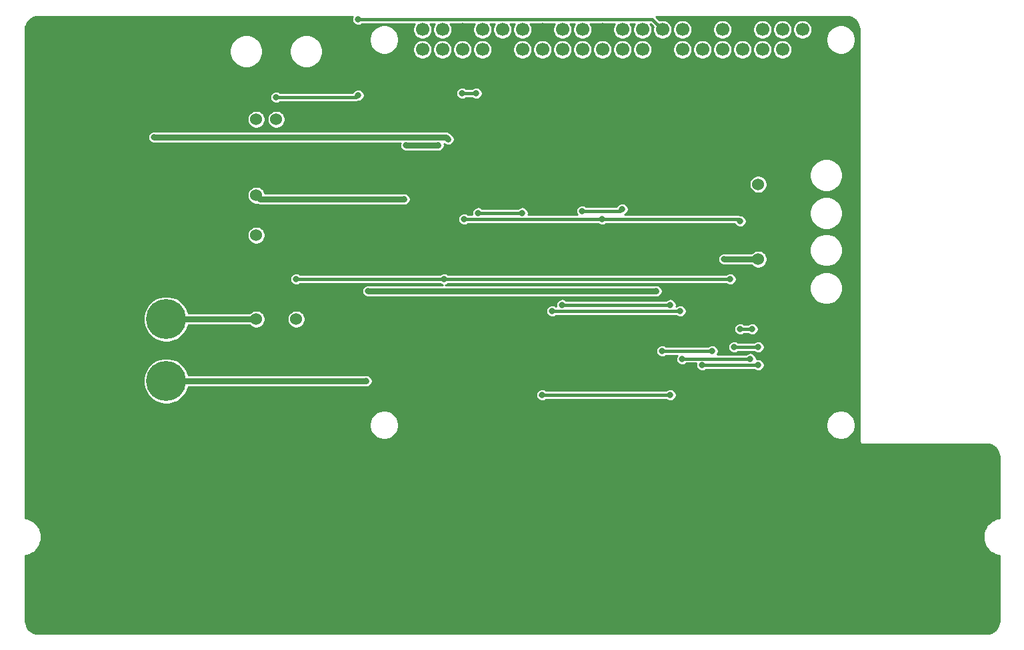
<source format=gbr>
G04 #@! TF.GenerationSoftware,KiCad,Pcbnew,(5.1.6)-1*
G04 #@! TF.CreationDate,2020-11-29T23:09:34-06:00*
G04 #@! TF.ProjectId,MultimediaAndBlackBoxBoard,4d756c74-696d-4656-9469-61416e64426c,rev?*
G04 #@! TF.SameCoordinates,Original*
G04 #@! TF.FileFunction,Copper,L2,Bot*
G04 #@! TF.FilePolarity,Positive*
%FSLAX46Y46*%
G04 Gerber Fmt 4.6, Leading zero omitted, Abs format (unit mm)*
G04 Created by KiCad (PCBNEW (5.1.6)-1) date 2020-11-29 23:09:34*
%MOMM*%
%LPD*%
G01*
G04 APERTURE LIST*
G04 #@! TA.AperFunction,ComponentPad*
%ADD10C,1.700000*%
G04 #@! TD*
G04 #@! TA.AperFunction,ComponentPad*
%ADD11C,5.080000*%
G04 #@! TD*
G04 #@! TA.AperFunction,ComponentPad*
%ADD12C,1.524000*%
G04 #@! TD*
G04 #@! TA.AperFunction,ViaPad*
%ADD13C,0.800000*%
G04 #@! TD*
G04 #@! TA.AperFunction,Conductor*
%ADD14C,0.762000*%
G04 #@! TD*
G04 #@! TA.AperFunction,Conductor*
%ADD15C,0.381000*%
G04 #@! TD*
G04 #@! TA.AperFunction,Conductor*
%ADD16C,0.254000*%
G04 #@! TD*
G04 APERTURE END LIST*
D10*
X194843001Y-44475001D03*
X194843001Y-47015001D03*
X192303001Y-44475001D03*
X192303001Y-47015001D03*
X189763001Y-44475001D03*
X189763001Y-47015001D03*
X187223001Y-44475001D03*
X187223001Y-47015001D03*
X184683001Y-44475001D03*
X184683001Y-47015001D03*
X182143001Y-44475001D03*
X182143001Y-47015001D03*
X179603001Y-44475001D03*
X179603001Y-47015001D03*
X177063001Y-44475001D03*
X177063001Y-47015001D03*
X174523001Y-44475001D03*
X174523001Y-47015001D03*
X171983001Y-44475001D03*
X171983001Y-47015001D03*
X169443001Y-44475001D03*
X169443001Y-47015001D03*
X166903001Y-44475001D03*
X166903001Y-47015001D03*
X164363001Y-44475001D03*
X164363001Y-47015001D03*
X161823001Y-44475001D03*
X161823001Y-47015001D03*
X159283001Y-44475001D03*
X159283001Y-47015001D03*
X156743001Y-44475001D03*
X156743001Y-47015001D03*
X154203001Y-44475001D03*
X154203001Y-47015001D03*
X151663001Y-44475001D03*
X151663001Y-47015001D03*
X149123001Y-44475001D03*
X149123001Y-47015001D03*
X146583001Y-44475001D03*
X146583001Y-47015001D03*
D11*
X114046000Y-73406000D03*
X114046000Y-81280000D03*
X114046000Y-89154000D03*
D12*
X189230000Y-66677000D03*
X189230000Y-64137000D03*
X189230000Y-76200000D03*
X189230000Y-73660000D03*
X130556000Y-55880000D03*
X128016000Y-55880000D03*
X125476000Y-55880000D03*
X125476000Y-65532000D03*
X125476000Y-68072000D03*
X125476000Y-70612000D03*
X130556000Y-81280000D03*
X128016000Y-81280000D03*
X125476000Y-81280000D03*
D13*
X189230000Y-68834000D03*
X189230000Y-71120000D03*
X151384000Y-49784000D03*
X166878000Y-52832000D03*
X166878000Y-61468000D03*
X160274000Y-61468000D03*
X160274000Y-52832000D03*
X144272000Y-66040000D03*
X148590000Y-59182000D03*
X144526000Y-59182000D03*
X188468000Y-82550000D03*
X186944000Y-82550000D03*
X130556000Y-76200000D03*
X185674000Y-76200000D03*
X149352000Y-76200000D03*
X139446000Y-89154000D03*
X139700000Y-77724000D03*
X176276000Y-77724000D03*
X184912000Y-73660000D03*
X128016000Y-53086000D03*
X138430000Y-52832000D03*
X138430000Y-43180000D03*
X188214000Y-86331500D03*
X179578000Y-86360000D03*
X179324000Y-80264000D03*
X163068000Y-80264000D03*
X186944000Y-68834000D03*
X169418000Y-68580000D03*
X151892000Y-68580000D03*
X186182000Y-84836000D03*
X189230000Y-84836000D03*
X151638000Y-52578000D03*
X153416000Y-52578000D03*
X153670000Y-67789500D03*
X159258000Y-67789500D03*
X178054000Y-90932000D03*
X161798000Y-90932000D03*
X166878000Y-67564000D03*
X171958000Y-67310000D03*
X178054000Y-79473500D03*
X164338000Y-79473500D03*
X177038000Y-85344000D03*
X183388000Y-85344000D03*
X182118000Y-87122000D03*
X189230000Y-87122000D03*
X149860000Y-58420000D03*
X112522000Y-58166000D03*
D14*
X114046000Y-81280000D02*
X125476000Y-81280000D01*
X125984000Y-66040000D02*
X125476000Y-65532000D01*
X144272000Y-66040000D02*
X125984000Y-66040000D01*
X148590000Y-59182000D02*
X144526000Y-59182000D01*
D15*
X188468000Y-82550000D02*
X186944000Y-82550000D01*
X185674000Y-76200000D02*
X171958000Y-76200000D01*
X130556000Y-76200000D02*
X149352000Y-76200000D01*
X149352000Y-76200000D02*
X171958000Y-76200000D01*
D14*
X114046000Y-89154000D02*
X139446000Y-89154000D01*
X139700000Y-77724000D02*
X176276000Y-77724000D01*
X184912000Y-73660000D02*
X189230000Y-73660000D01*
D15*
X128016000Y-53086000D02*
X138176000Y-53086000D01*
X138176000Y-53086000D02*
X138430000Y-52832000D01*
X175768000Y-43180000D02*
X177063001Y-44475001D01*
X138430000Y-43180000D02*
X175768000Y-43180000D01*
X188214000Y-86331500D02*
X179606500Y-86331500D01*
X179606500Y-86331500D02*
X179578000Y-86360000D01*
X179324000Y-80264000D02*
X163068000Y-80264000D01*
X168402000Y-68580000D02*
X169418000Y-68580000D01*
X186690000Y-68580000D02*
X186944000Y-68834000D01*
X169418000Y-68580000D02*
X186690000Y-68580000D01*
X151892000Y-68580000D02*
X168402000Y-68580000D01*
X186182000Y-84836000D02*
X189230000Y-84836000D01*
X151638000Y-52578000D02*
X153416000Y-52578000D01*
X153670000Y-67789500D02*
X159258000Y-67789500D01*
X178054000Y-90932000D02*
X161798000Y-90932000D01*
X161798000Y-90932000D02*
X161544000Y-90932000D01*
X166878000Y-67564000D02*
X171704000Y-67564000D01*
X171704000Y-67564000D02*
X171958000Y-67310000D01*
X178054000Y-79473500D02*
X164338000Y-79473500D01*
X177038000Y-85344000D02*
X183388000Y-85344000D01*
X182118000Y-87122000D02*
X189230000Y-87122000D01*
D14*
X149606000Y-58166000D02*
X144272000Y-58166000D01*
X149860000Y-58420000D02*
X149606000Y-58166000D01*
X144272000Y-58166000D02*
X112522000Y-58166000D01*
D16*
G36*
X137679013Y-42952191D02*
G01*
X137649000Y-43103078D01*
X137649000Y-43256922D01*
X137679013Y-43407809D01*
X137737887Y-43549942D01*
X137823358Y-43677859D01*
X137932141Y-43786642D01*
X138060058Y-43872113D01*
X138202191Y-43930987D01*
X138353078Y-43961000D01*
X138506922Y-43961000D01*
X138657809Y-43930987D01*
X138799942Y-43872113D01*
X138927859Y-43786642D01*
X138963001Y-43751500D01*
X145585918Y-43751500D01*
X145492103Y-43891904D01*
X145399308Y-44115932D01*
X145352001Y-44353758D01*
X145352001Y-44596244D01*
X145399308Y-44834070D01*
X145492103Y-45058098D01*
X145626821Y-45259718D01*
X145798284Y-45431181D01*
X145999904Y-45565899D01*
X146223932Y-45658694D01*
X146461758Y-45706001D01*
X146704244Y-45706001D01*
X146942070Y-45658694D01*
X147166098Y-45565899D01*
X147367718Y-45431181D01*
X147539181Y-45259718D01*
X147673899Y-45058098D01*
X147766694Y-44834070D01*
X147814001Y-44596244D01*
X147814001Y-44353758D01*
X147766694Y-44115932D01*
X147673899Y-43891904D01*
X147580084Y-43751500D01*
X148125918Y-43751500D01*
X148032103Y-43891904D01*
X147939308Y-44115932D01*
X147892001Y-44353758D01*
X147892001Y-44596244D01*
X147939308Y-44834070D01*
X148032103Y-45058098D01*
X148166821Y-45259718D01*
X148338284Y-45431181D01*
X148539904Y-45565899D01*
X148763932Y-45658694D01*
X149001758Y-45706001D01*
X149244244Y-45706001D01*
X149482070Y-45658694D01*
X149706098Y-45565899D01*
X149907718Y-45431181D01*
X150079181Y-45259718D01*
X150213899Y-45058098D01*
X150306694Y-44834070D01*
X150354001Y-44596244D01*
X150354001Y-44353758D01*
X150306694Y-44115932D01*
X150213899Y-43891904D01*
X150120084Y-43751500D01*
X153205918Y-43751500D01*
X153112103Y-43891904D01*
X153019308Y-44115932D01*
X152972001Y-44353758D01*
X152972001Y-44596244D01*
X153019308Y-44834070D01*
X153112103Y-45058098D01*
X153246821Y-45259718D01*
X153418284Y-45431181D01*
X153619904Y-45565899D01*
X153843932Y-45658694D01*
X154081758Y-45706001D01*
X154324244Y-45706001D01*
X154562070Y-45658694D01*
X154786098Y-45565899D01*
X154987718Y-45431181D01*
X155159181Y-45259718D01*
X155293899Y-45058098D01*
X155386694Y-44834070D01*
X155434001Y-44596244D01*
X155434001Y-44353758D01*
X155386694Y-44115932D01*
X155293899Y-43891904D01*
X155200084Y-43751500D01*
X155745918Y-43751500D01*
X155652103Y-43891904D01*
X155559308Y-44115932D01*
X155512001Y-44353758D01*
X155512001Y-44596244D01*
X155559308Y-44834070D01*
X155652103Y-45058098D01*
X155786821Y-45259718D01*
X155958284Y-45431181D01*
X156159904Y-45565899D01*
X156383932Y-45658694D01*
X156621758Y-45706001D01*
X156864244Y-45706001D01*
X157102070Y-45658694D01*
X157326098Y-45565899D01*
X157527718Y-45431181D01*
X157699181Y-45259718D01*
X157833899Y-45058098D01*
X157926694Y-44834070D01*
X157974001Y-44596244D01*
X157974001Y-44353758D01*
X157926694Y-44115932D01*
X157833899Y-43891904D01*
X157740084Y-43751500D01*
X158285918Y-43751500D01*
X158192103Y-43891904D01*
X158099308Y-44115932D01*
X158052001Y-44353758D01*
X158052001Y-44596244D01*
X158099308Y-44834070D01*
X158192103Y-45058098D01*
X158326821Y-45259718D01*
X158498284Y-45431181D01*
X158699904Y-45565899D01*
X158923932Y-45658694D01*
X159161758Y-45706001D01*
X159404244Y-45706001D01*
X159642070Y-45658694D01*
X159866098Y-45565899D01*
X160067718Y-45431181D01*
X160239181Y-45259718D01*
X160373899Y-45058098D01*
X160466694Y-44834070D01*
X160514001Y-44596244D01*
X160514001Y-44353758D01*
X160466694Y-44115932D01*
X160373899Y-43891904D01*
X160280084Y-43751500D01*
X163365918Y-43751500D01*
X163272103Y-43891904D01*
X163179308Y-44115932D01*
X163132001Y-44353758D01*
X163132001Y-44596244D01*
X163179308Y-44834070D01*
X163272103Y-45058098D01*
X163406821Y-45259718D01*
X163578284Y-45431181D01*
X163779904Y-45565899D01*
X164003932Y-45658694D01*
X164241758Y-45706001D01*
X164484244Y-45706001D01*
X164722070Y-45658694D01*
X164946098Y-45565899D01*
X165147718Y-45431181D01*
X165319181Y-45259718D01*
X165453899Y-45058098D01*
X165546694Y-44834070D01*
X165594001Y-44596244D01*
X165594001Y-44353758D01*
X165546694Y-44115932D01*
X165453899Y-43891904D01*
X165360084Y-43751500D01*
X165905918Y-43751500D01*
X165812103Y-43891904D01*
X165719308Y-44115932D01*
X165672001Y-44353758D01*
X165672001Y-44596244D01*
X165719308Y-44834070D01*
X165812103Y-45058098D01*
X165946821Y-45259718D01*
X166118284Y-45431181D01*
X166319904Y-45565899D01*
X166543932Y-45658694D01*
X166781758Y-45706001D01*
X167024244Y-45706001D01*
X167262070Y-45658694D01*
X167486098Y-45565899D01*
X167687718Y-45431181D01*
X167859181Y-45259718D01*
X167993899Y-45058098D01*
X168086694Y-44834070D01*
X168134001Y-44596244D01*
X168134001Y-44353758D01*
X168086694Y-44115932D01*
X167993899Y-43891904D01*
X167900084Y-43751500D01*
X170985918Y-43751500D01*
X170892103Y-43891904D01*
X170799308Y-44115932D01*
X170752001Y-44353758D01*
X170752001Y-44596244D01*
X170799308Y-44834070D01*
X170892103Y-45058098D01*
X171026821Y-45259718D01*
X171198284Y-45431181D01*
X171399904Y-45565899D01*
X171623932Y-45658694D01*
X171861758Y-45706001D01*
X172104244Y-45706001D01*
X172342070Y-45658694D01*
X172566098Y-45565899D01*
X172767718Y-45431181D01*
X172939181Y-45259718D01*
X173073899Y-45058098D01*
X173166694Y-44834070D01*
X173214001Y-44596244D01*
X173214001Y-44353758D01*
X173166694Y-44115932D01*
X173073899Y-43891904D01*
X172980084Y-43751500D01*
X173525918Y-43751500D01*
X173432103Y-43891904D01*
X173339308Y-44115932D01*
X173292001Y-44353758D01*
X173292001Y-44596244D01*
X173339308Y-44834070D01*
X173432103Y-45058098D01*
X173566821Y-45259718D01*
X173738284Y-45431181D01*
X173939904Y-45565899D01*
X174163932Y-45658694D01*
X174401758Y-45706001D01*
X174644244Y-45706001D01*
X174882070Y-45658694D01*
X175106098Y-45565899D01*
X175307718Y-45431181D01*
X175479181Y-45259718D01*
X175613899Y-45058098D01*
X175706694Y-44834070D01*
X175754001Y-44596244D01*
X175754001Y-44353758D01*
X175706694Y-44115932D01*
X175613899Y-43891904D01*
X175520084Y-43751500D01*
X175531278Y-43751500D01*
X175884112Y-44104334D01*
X175879308Y-44115932D01*
X175832001Y-44353758D01*
X175832001Y-44596244D01*
X175879308Y-44834070D01*
X175972103Y-45058098D01*
X176106821Y-45259718D01*
X176278284Y-45431181D01*
X176479904Y-45565899D01*
X176703932Y-45658694D01*
X176941758Y-45706001D01*
X177184244Y-45706001D01*
X177422070Y-45658694D01*
X177646098Y-45565899D01*
X177847718Y-45431181D01*
X178019181Y-45259718D01*
X178153899Y-45058098D01*
X178246694Y-44834070D01*
X178294001Y-44596244D01*
X178294001Y-44353758D01*
X178372001Y-44353758D01*
X178372001Y-44596244D01*
X178419308Y-44834070D01*
X178512103Y-45058098D01*
X178646821Y-45259718D01*
X178818284Y-45431181D01*
X179019904Y-45565899D01*
X179243932Y-45658694D01*
X179481758Y-45706001D01*
X179724244Y-45706001D01*
X179962070Y-45658694D01*
X180186098Y-45565899D01*
X180387718Y-45431181D01*
X180559181Y-45259718D01*
X180693899Y-45058098D01*
X180786694Y-44834070D01*
X180834001Y-44596244D01*
X180834001Y-44353758D01*
X183452001Y-44353758D01*
X183452001Y-44596244D01*
X183499308Y-44834070D01*
X183592103Y-45058098D01*
X183726821Y-45259718D01*
X183898284Y-45431181D01*
X184099904Y-45565899D01*
X184323932Y-45658694D01*
X184561758Y-45706001D01*
X184804244Y-45706001D01*
X185042070Y-45658694D01*
X185266098Y-45565899D01*
X185467718Y-45431181D01*
X185639181Y-45259718D01*
X185773899Y-45058098D01*
X185866694Y-44834070D01*
X185914001Y-44596244D01*
X185914001Y-44353758D01*
X188532001Y-44353758D01*
X188532001Y-44596244D01*
X188579308Y-44834070D01*
X188672103Y-45058098D01*
X188806821Y-45259718D01*
X188978284Y-45431181D01*
X189179904Y-45565899D01*
X189403932Y-45658694D01*
X189641758Y-45706001D01*
X189884244Y-45706001D01*
X190122070Y-45658694D01*
X190346098Y-45565899D01*
X190547718Y-45431181D01*
X190719181Y-45259718D01*
X190853899Y-45058098D01*
X190946694Y-44834070D01*
X190994001Y-44596244D01*
X190994001Y-44353758D01*
X191072001Y-44353758D01*
X191072001Y-44596244D01*
X191119308Y-44834070D01*
X191212103Y-45058098D01*
X191346821Y-45259718D01*
X191518284Y-45431181D01*
X191719904Y-45565899D01*
X191943932Y-45658694D01*
X192181758Y-45706001D01*
X192424244Y-45706001D01*
X192662070Y-45658694D01*
X192886098Y-45565899D01*
X193087718Y-45431181D01*
X193259181Y-45259718D01*
X193393899Y-45058098D01*
X193486694Y-44834070D01*
X193534001Y-44596244D01*
X193534001Y-44353758D01*
X193612001Y-44353758D01*
X193612001Y-44596244D01*
X193659308Y-44834070D01*
X193752103Y-45058098D01*
X193886821Y-45259718D01*
X194058284Y-45431181D01*
X194259904Y-45565899D01*
X194483932Y-45658694D01*
X194721758Y-45706001D01*
X194964244Y-45706001D01*
X195202070Y-45658694D01*
X195426098Y-45565899D01*
X195435317Y-45559739D01*
X197832001Y-45559739D01*
X197832001Y-45930263D01*
X197904287Y-46293668D01*
X198046081Y-46635988D01*
X198251933Y-46944068D01*
X198513934Y-47206069D01*
X198822014Y-47411921D01*
X199164334Y-47553715D01*
X199527739Y-47626001D01*
X199898263Y-47626001D01*
X200261668Y-47553715D01*
X200603988Y-47411921D01*
X200912068Y-47206069D01*
X201174069Y-46944068D01*
X201379921Y-46635988D01*
X201521715Y-46293668D01*
X201594001Y-45930263D01*
X201594001Y-45559739D01*
X201521715Y-45196334D01*
X201379921Y-44854014D01*
X201174069Y-44545934D01*
X200912068Y-44283933D01*
X200603988Y-44078081D01*
X200261668Y-43936287D01*
X199898263Y-43864001D01*
X199527739Y-43864001D01*
X199164334Y-43936287D01*
X198822014Y-44078081D01*
X198513934Y-44283933D01*
X198251933Y-44545934D01*
X198046081Y-44854014D01*
X197904287Y-45196334D01*
X197832001Y-45559739D01*
X195435317Y-45559739D01*
X195627718Y-45431181D01*
X195799181Y-45259718D01*
X195933899Y-45058098D01*
X196026694Y-44834070D01*
X196074001Y-44596244D01*
X196074001Y-44353758D01*
X196026694Y-44115932D01*
X195933899Y-43891904D01*
X195799181Y-43690284D01*
X195627718Y-43518821D01*
X195426098Y-43384103D01*
X195202070Y-43291308D01*
X194964244Y-43244001D01*
X194721758Y-43244001D01*
X194483932Y-43291308D01*
X194259904Y-43384103D01*
X194058284Y-43518821D01*
X193886821Y-43690284D01*
X193752103Y-43891904D01*
X193659308Y-44115932D01*
X193612001Y-44353758D01*
X193534001Y-44353758D01*
X193486694Y-44115932D01*
X193393899Y-43891904D01*
X193259181Y-43690284D01*
X193087718Y-43518821D01*
X192886098Y-43384103D01*
X192662070Y-43291308D01*
X192424244Y-43244001D01*
X192181758Y-43244001D01*
X191943932Y-43291308D01*
X191719904Y-43384103D01*
X191518284Y-43518821D01*
X191346821Y-43690284D01*
X191212103Y-43891904D01*
X191119308Y-44115932D01*
X191072001Y-44353758D01*
X190994001Y-44353758D01*
X190946694Y-44115932D01*
X190853899Y-43891904D01*
X190719181Y-43690284D01*
X190547718Y-43518821D01*
X190346098Y-43384103D01*
X190122070Y-43291308D01*
X189884244Y-43244001D01*
X189641758Y-43244001D01*
X189403932Y-43291308D01*
X189179904Y-43384103D01*
X188978284Y-43518821D01*
X188806821Y-43690284D01*
X188672103Y-43891904D01*
X188579308Y-44115932D01*
X188532001Y-44353758D01*
X185914001Y-44353758D01*
X185866694Y-44115932D01*
X185773899Y-43891904D01*
X185639181Y-43690284D01*
X185467718Y-43518821D01*
X185266098Y-43384103D01*
X185042070Y-43291308D01*
X184804244Y-43244001D01*
X184561758Y-43244001D01*
X184323932Y-43291308D01*
X184099904Y-43384103D01*
X183898284Y-43518821D01*
X183726821Y-43690284D01*
X183592103Y-43891904D01*
X183499308Y-44115932D01*
X183452001Y-44353758D01*
X180834001Y-44353758D01*
X180786694Y-44115932D01*
X180693899Y-43891904D01*
X180559181Y-43690284D01*
X180387718Y-43518821D01*
X180186098Y-43384103D01*
X179962070Y-43291308D01*
X179724244Y-43244001D01*
X179481758Y-43244001D01*
X179243932Y-43291308D01*
X179019904Y-43384103D01*
X178818284Y-43518821D01*
X178646821Y-43690284D01*
X178512103Y-43891904D01*
X178419308Y-44115932D01*
X178372001Y-44353758D01*
X178294001Y-44353758D01*
X178246694Y-44115932D01*
X178153899Y-43891904D01*
X178019181Y-43690284D01*
X177847718Y-43518821D01*
X177646098Y-43384103D01*
X177422070Y-43291308D01*
X177184244Y-43244001D01*
X176941758Y-43244001D01*
X176703932Y-43291308D01*
X176692334Y-43296112D01*
X176220222Y-42824000D01*
X200386146Y-42824000D01*
X200721444Y-42856876D01*
X201024878Y-42948488D01*
X201304734Y-43097290D01*
X201550363Y-43297620D01*
X201752402Y-43541843D01*
X201903155Y-43820654D01*
X201996882Y-44123439D01*
X202032000Y-44457568D01*
X202032001Y-96754049D01*
X202030036Y-96774000D01*
X202037875Y-96853590D01*
X202061090Y-96930121D01*
X202098790Y-97000653D01*
X202149526Y-97062474D01*
X202211347Y-97113210D01*
X202281879Y-97150910D01*
X202358410Y-97174125D01*
X202418059Y-97180000D01*
X202418060Y-97180000D01*
X202438000Y-97181964D01*
X202457941Y-97180000D01*
X218166146Y-97180000D01*
X218501444Y-97212876D01*
X218804878Y-97304488D01*
X219084734Y-97453290D01*
X219330363Y-97653620D01*
X219532402Y-97897843D01*
X219683155Y-98176654D01*
X219776882Y-98479439D01*
X219812001Y-98813577D01*
X219812000Y-106568010D01*
X219750267Y-106574934D01*
X219714209Y-106582598D01*
X219678177Y-106589733D01*
X219672771Y-106591406D01*
X219672761Y-106591408D01*
X219672752Y-106591412D01*
X219294748Y-106711322D01*
X219260926Y-106725818D01*
X219226906Y-106739840D01*
X219221923Y-106742534D01*
X219221918Y-106742536D01*
X219221914Y-106742539D01*
X218874395Y-106933588D01*
X218844014Y-106954390D01*
X218813383Y-106974742D01*
X218809015Y-106978355D01*
X218505220Y-107233270D01*
X218479461Y-107259575D01*
X218453364Y-107285490D01*
X218449786Y-107289877D01*
X218449780Y-107289883D01*
X218449776Y-107289890D01*
X218201284Y-107598951D01*
X218181131Y-107629748D01*
X218160558Y-107660248D01*
X218157897Y-107665253D01*
X217974164Y-108016700D01*
X217960385Y-108050803D01*
X217946119Y-108084742D01*
X217944480Y-108090169D01*
X217832510Y-108470611D01*
X217825611Y-108506780D01*
X217818216Y-108542803D01*
X217817663Y-108548445D01*
X217781721Y-108943390D01*
X217781978Y-108980186D01*
X217781721Y-109016982D01*
X217782274Y-109022624D01*
X217823727Y-109417028D01*
X217831129Y-109453087D01*
X217838022Y-109489220D01*
X217839660Y-109494647D01*
X217956931Y-109873490D01*
X217971218Y-109907478D01*
X217984976Y-109941530D01*
X217987632Y-109946527D01*
X217987636Y-109946536D01*
X217987641Y-109946543D01*
X218176259Y-110295384D01*
X218196836Y-110325890D01*
X218216984Y-110356680D01*
X218220567Y-110361074D01*
X218473354Y-110666642D01*
X218499471Y-110692577D01*
X218525211Y-110718862D01*
X218529579Y-110722476D01*
X218836904Y-110973124D01*
X218867580Y-110993505D01*
X218897916Y-111014276D01*
X218902902Y-111016973D01*
X219253059Y-111203154D01*
X219287087Y-111217180D01*
X219320903Y-111231673D01*
X219326314Y-111233349D01*
X219326320Y-111233351D01*
X219705969Y-111347973D01*
X219742101Y-111355127D01*
X219778059Y-111362770D01*
X219783688Y-111363362D01*
X219783698Y-111363364D01*
X219783707Y-111363364D01*
X219812000Y-111366138D01*
X219812001Y-119614136D01*
X219779124Y-119949444D01*
X219687512Y-120252880D01*
X219538706Y-120532740D01*
X219338379Y-120778365D01*
X219094158Y-120980401D01*
X218815345Y-121131155D01*
X218512562Y-121224882D01*
X218178432Y-121260000D01*
X97809854Y-121260000D01*
X97474556Y-121227124D01*
X97171120Y-121135512D01*
X96891260Y-120986706D01*
X96645635Y-120786379D01*
X96443599Y-120542158D01*
X96292845Y-120263345D01*
X96199118Y-119960562D01*
X96164000Y-119626432D01*
X96164000Y-111363990D01*
X96225733Y-111357066D01*
X96261777Y-111349405D01*
X96297824Y-111342267D01*
X96303231Y-111340594D01*
X96303238Y-111340592D01*
X96303244Y-111340589D01*
X96681253Y-111220678D01*
X96715086Y-111206177D01*
X96749095Y-111192160D01*
X96754078Y-111189466D01*
X96754083Y-111189464D01*
X96754087Y-111189461D01*
X97101605Y-110998412D01*
X97132002Y-110977599D01*
X97162617Y-110957258D01*
X97166985Y-110953645D01*
X97470780Y-110698729D01*
X97496537Y-110672428D01*
X97522636Y-110646510D01*
X97526214Y-110642123D01*
X97526220Y-110642117D01*
X97526224Y-110642110D01*
X97774716Y-110333049D01*
X97794876Y-110302241D01*
X97815441Y-110271752D01*
X97818103Y-110266747D01*
X98001836Y-109915300D01*
X98015609Y-109881210D01*
X98029881Y-109847259D01*
X98031520Y-109841831D01*
X98143489Y-109461390D01*
X98150382Y-109425256D01*
X98157784Y-109389197D01*
X98158337Y-109383555D01*
X98194279Y-108988610D01*
X98194022Y-108951814D01*
X98194279Y-108915018D01*
X98193726Y-108909376D01*
X98152273Y-108514972D01*
X98144868Y-108478900D01*
X98137978Y-108442780D01*
X98136340Y-108437353D01*
X98019069Y-108058511D01*
X98004792Y-108024548D01*
X97991024Y-107990470D01*
X97988363Y-107985464D01*
X97799741Y-107636616D01*
X97779164Y-107606110D01*
X97759016Y-107575320D01*
X97755433Y-107570927D01*
X97755432Y-107570925D01*
X97755428Y-107570921D01*
X97502646Y-107265358D01*
X97476494Y-107239388D01*
X97450789Y-107213139D01*
X97446427Y-107209530D01*
X97446422Y-107209525D01*
X97446417Y-107209521D01*
X97139096Y-106958876D01*
X97108389Y-106938474D01*
X97078084Y-106917724D01*
X97073102Y-106915030D01*
X97073098Y-106915027D01*
X97073094Y-106915025D01*
X96722941Y-106728845D01*
X96688892Y-106714811D01*
X96655097Y-106700327D01*
X96649682Y-106698650D01*
X96270031Y-106584027D01*
X96233899Y-106576873D01*
X96197941Y-106569230D01*
X96192312Y-106568638D01*
X96192302Y-106568636D01*
X96192293Y-106568636D01*
X96164000Y-106565862D01*
X96164000Y-94559739D01*
X139832001Y-94559739D01*
X139832001Y-94930263D01*
X139904287Y-95293668D01*
X140046081Y-95635988D01*
X140251933Y-95944068D01*
X140513934Y-96206069D01*
X140822014Y-96411921D01*
X141164334Y-96553715D01*
X141527739Y-96626001D01*
X141898263Y-96626001D01*
X142261668Y-96553715D01*
X142603988Y-96411921D01*
X142912068Y-96206069D01*
X143174069Y-95944068D01*
X143379921Y-95635988D01*
X143521715Y-95293668D01*
X143594001Y-94930263D01*
X143594001Y-94559739D01*
X197832001Y-94559739D01*
X197832001Y-94930263D01*
X197904287Y-95293668D01*
X198046081Y-95635988D01*
X198251933Y-95944068D01*
X198513934Y-96206069D01*
X198822014Y-96411921D01*
X199164334Y-96553715D01*
X199527739Y-96626001D01*
X199898263Y-96626001D01*
X200261668Y-96553715D01*
X200603988Y-96411921D01*
X200912068Y-96206069D01*
X201174069Y-95944068D01*
X201379921Y-95635988D01*
X201521715Y-95293668D01*
X201594001Y-94930263D01*
X201594001Y-94559739D01*
X201521715Y-94196334D01*
X201379921Y-93854014D01*
X201174069Y-93545934D01*
X200912068Y-93283933D01*
X200603988Y-93078081D01*
X200261668Y-92936287D01*
X199898263Y-92864001D01*
X199527739Y-92864001D01*
X199164334Y-92936287D01*
X198822014Y-93078081D01*
X198513934Y-93283933D01*
X198251933Y-93545934D01*
X198046081Y-93854014D01*
X197904287Y-94196334D01*
X197832001Y-94559739D01*
X143594001Y-94559739D01*
X143521715Y-94196334D01*
X143379921Y-93854014D01*
X143174069Y-93545934D01*
X142912068Y-93283933D01*
X142603988Y-93078081D01*
X142261668Y-92936287D01*
X141898263Y-92864001D01*
X141527739Y-92864001D01*
X141164334Y-92936287D01*
X140822014Y-93078081D01*
X140513934Y-93283933D01*
X140251933Y-93545934D01*
X140046081Y-93854014D01*
X139904287Y-94196334D01*
X139832001Y-94559739D01*
X96164000Y-94559739D01*
X96164000Y-88866307D01*
X111125000Y-88866307D01*
X111125000Y-89441693D01*
X111237253Y-90006024D01*
X111457444Y-90537612D01*
X111777112Y-91016029D01*
X112183971Y-91422888D01*
X112662388Y-91742556D01*
X113193976Y-91962747D01*
X113758307Y-92075000D01*
X114333693Y-92075000D01*
X114898024Y-91962747D01*
X115429612Y-91742556D01*
X115908029Y-91422888D01*
X116314888Y-91016029D01*
X116371034Y-90932000D01*
X160969735Y-90932000D01*
X160980769Y-91044034D01*
X161013448Y-91151762D01*
X161066516Y-91251045D01*
X161103442Y-91296040D01*
X161105887Y-91301942D01*
X161191358Y-91429859D01*
X161300141Y-91538642D01*
X161428058Y-91624113D01*
X161570191Y-91682987D01*
X161721078Y-91713000D01*
X161874922Y-91713000D01*
X162025809Y-91682987D01*
X162167942Y-91624113D01*
X162295859Y-91538642D01*
X162331001Y-91503500D01*
X177520999Y-91503500D01*
X177556141Y-91538642D01*
X177684058Y-91624113D01*
X177826191Y-91682987D01*
X177977078Y-91713000D01*
X178130922Y-91713000D01*
X178281809Y-91682987D01*
X178423942Y-91624113D01*
X178551859Y-91538642D01*
X178660642Y-91429859D01*
X178746113Y-91301942D01*
X178804987Y-91159809D01*
X178835000Y-91008922D01*
X178835000Y-90855078D01*
X178804987Y-90704191D01*
X178746113Y-90562058D01*
X178660642Y-90434141D01*
X178551859Y-90325358D01*
X178423942Y-90239887D01*
X178281809Y-90181013D01*
X178130922Y-90151000D01*
X177977078Y-90151000D01*
X177826191Y-90181013D01*
X177684058Y-90239887D01*
X177556141Y-90325358D01*
X177520999Y-90360500D01*
X162331001Y-90360500D01*
X162295859Y-90325358D01*
X162167942Y-90239887D01*
X162025809Y-90181013D01*
X161874922Y-90151000D01*
X161721078Y-90151000D01*
X161570191Y-90181013D01*
X161428058Y-90239887D01*
X161300141Y-90325358D01*
X161191358Y-90434141D01*
X161105887Y-90562058D01*
X161103442Y-90567960D01*
X161066516Y-90612955D01*
X161013448Y-90712238D01*
X160980769Y-90819966D01*
X160969735Y-90932000D01*
X116371034Y-90932000D01*
X116634556Y-90537612D01*
X116854747Y-90006024D01*
X116872654Y-89916000D01*
X139273558Y-89916000D01*
X139369078Y-89935000D01*
X139522922Y-89935000D01*
X139673809Y-89904987D01*
X139815942Y-89846113D01*
X139943859Y-89760642D01*
X140052642Y-89651859D01*
X140138113Y-89523942D01*
X140196987Y-89381809D01*
X140227000Y-89230922D01*
X140227000Y-89077078D01*
X140196987Y-88926191D01*
X140138113Y-88784058D01*
X140052642Y-88656141D01*
X139943859Y-88547358D01*
X139815942Y-88461887D01*
X139673809Y-88403013D01*
X139522922Y-88373000D01*
X139369078Y-88373000D01*
X139273558Y-88392000D01*
X116872654Y-88392000D01*
X116854747Y-88301976D01*
X116634556Y-87770388D01*
X116314888Y-87291971D01*
X115908029Y-86885112D01*
X115429612Y-86565444D01*
X114898024Y-86345253D01*
X114333693Y-86233000D01*
X113758307Y-86233000D01*
X113193976Y-86345253D01*
X112662388Y-86565444D01*
X112183971Y-86885112D01*
X111777112Y-87291971D01*
X111457444Y-87770388D01*
X111237253Y-88301976D01*
X111125000Y-88866307D01*
X96164000Y-88866307D01*
X96164000Y-85267078D01*
X176257000Y-85267078D01*
X176257000Y-85420922D01*
X176287013Y-85571809D01*
X176345887Y-85713942D01*
X176431358Y-85841859D01*
X176540141Y-85950642D01*
X176668058Y-86036113D01*
X176810191Y-86094987D01*
X176961078Y-86125000D01*
X177114922Y-86125000D01*
X177265809Y-86094987D01*
X177407942Y-86036113D01*
X177535859Y-85950642D01*
X177571001Y-85915500D01*
X178935705Y-85915500D01*
X178885887Y-85990058D01*
X178827013Y-86132191D01*
X178797000Y-86283078D01*
X178797000Y-86436922D01*
X178827013Y-86587809D01*
X178885887Y-86729942D01*
X178971358Y-86857859D01*
X179080141Y-86966642D01*
X179208058Y-87052113D01*
X179350191Y-87110987D01*
X179501078Y-87141000D01*
X179654922Y-87141000D01*
X179805809Y-87110987D01*
X179947942Y-87052113D01*
X180075859Y-86966642D01*
X180139501Y-86903000D01*
X181365261Y-86903000D01*
X181337000Y-87045078D01*
X181337000Y-87198922D01*
X181367013Y-87349809D01*
X181425887Y-87491942D01*
X181511358Y-87619859D01*
X181620141Y-87728642D01*
X181748058Y-87814113D01*
X181890191Y-87872987D01*
X182041078Y-87903000D01*
X182194922Y-87903000D01*
X182345809Y-87872987D01*
X182487942Y-87814113D01*
X182615859Y-87728642D01*
X182651001Y-87693500D01*
X188696999Y-87693500D01*
X188732141Y-87728642D01*
X188860058Y-87814113D01*
X189002191Y-87872987D01*
X189153078Y-87903000D01*
X189306922Y-87903000D01*
X189457809Y-87872987D01*
X189599942Y-87814113D01*
X189727859Y-87728642D01*
X189836642Y-87619859D01*
X189922113Y-87491942D01*
X189980987Y-87349809D01*
X190011000Y-87198922D01*
X190011000Y-87045078D01*
X189980987Y-86894191D01*
X189922113Y-86752058D01*
X189836642Y-86624141D01*
X189727859Y-86515358D01*
X189599942Y-86429887D01*
X189457809Y-86371013D01*
X189306922Y-86341000D01*
X189153078Y-86341000D01*
X189002191Y-86371013D01*
X188995000Y-86373992D01*
X188995000Y-86254578D01*
X188964987Y-86103691D01*
X188906113Y-85961558D01*
X188820642Y-85833641D01*
X188711859Y-85724858D01*
X188583942Y-85639387D01*
X188441809Y-85580513D01*
X188290922Y-85550500D01*
X188137078Y-85550500D01*
X187986191Y-85580513D01*
X187844058Y-85639387D01*
X187716141Y-85724858D01*
X187680999Y-85760000D01*
X184049338Y-85760000D01*
X184080113Y-85713942D01*
X184138987Y-85571809D01*
X184169000Y-85420922D01*
X184169000Y-85267078D01*
X184138987Y-85116191D01*
X184080113Y-84974058D01*
X183994642Y-84846141D01*
X183907579Y-84759078D01*
X185401000Y-84759078D01*
X185401000Y-84912922D01*
X185431013Y-85063809D01*
X185489887Y-85205942D01*
X185575358Y-85333859D01*
X185684141Y-85442642D01*
X185812058Y-85528113D01*
X185954191Y-85586987D01*
X186105078Y-85617000D01*
X186258922Y-85617000D01*
X186409809Y-85586987D01*
X186551942Y-85528113D01*
X186679859Y-85442642D01*
X186715001Y-85407500D01*
X188696999Y-85407500D01*
X188732141Y-85442642D01*
X188860058Y-85528113D01*
X189002191Y-85586987D01*
X189153078Y-85617000D01*
X189306922Y-85617000D01*
X189457809Y-85586987D01*
X189599942Y-85528113D01*
X189727859Y-85442642D01*
X189836642Y-85333859D01*
X189922113Y-85205942D01*
X189980987Y-85063809D01*
X190011000Y-84912922D01*
X190011000Y-84759078D01*
X189980987Y-84608191D01*
X189922113Y-84466058D01*
X189836642Y-84338141D01*
X189727859Y-84229358D01*
X189599942Y-84143887D01*
X189457809Y-84085013D01*
X189306922Y-84055000D01*
X189153078Y-84055000D01*
X189002191Y-84085013D01*
X188860058Y-84143887D01*
X188732141Y-84229358D01*
X188696999Y-84264500D01*
X186715001Y-84264500D01*
X186679859Y-84229358D01*
X186551942Y-84143887D01*
X186409809Y-84085013D01*
X186258922Y-84055000D01*
X186105078Y-84055000D01*
X185954191Y-84085013D01*
X185812058Y-84143887D01*
X185684141Y-84229358D01*
X185575358Y-84338141D01*
X185489887Y-84466058D01*
X185431013Y-84608191D01*
X185401000Y-84759078D01*
X183907579Y-84759078D01*
X183885859Y-84737358D01*
X183757942Y-84651887D01*
X183615809Y-84593013D01*
X183464922Y-84563000D01*
X183311078Y-84563000D01*
X183160191Y-84593013D01*
X183018058Y-84651887D01*
X182890141Y-84737358D01*
X182854999Y-84772500D01*
X177571001Y-84772500D01*
X177535859Y-84737358D01*
X177407942Y-84651887D01*
X177265809Y-84593013D01*
X177114922Y-84563000D01*
X176961078Y-84563000D01*
X176810191Y-84593013D01*
X176668058Y-84651887D01*
X176540141Y-84737358D01*
X176431358Y-84846141D01*
X176345887Y-84974058D01*
X176287013Y-85116191D01*
X176257000Y-85267078D01*
X96164000Y-85267078D01*
X96164000Y-80992307D01*
X111125000Y-80992307D01*
X111125000Y-81567693D01*
X111237253Y-82132024D01*
X111457444Y-82663612D01*
X111777112Y-83142029D01*
X112183971Y-83548888D01*
X112662388Y-83868556D01*
X113193976Y-84088747D01*
X113758307Y-84201000D01*
X114333693Y-84201000D01*
X114898024Y-84088747D01*
X115429612Y-83868556D01*
X115908029Y-83548888D01*
X116314888Y-83142029D01*
X116634556Y-82663612D01*
X116713477Y-82473078D01*
X186163000Y-82473078D01*
X186163000Y-82626922D01*
X186193013Y-82777809D01*
X186251887Y-82919942D01*
X186337358Y-83047859D01*
X186446141Y-83156642D01*
X186574058Y-83242113D01*
X186716191Y-83300987D01*
X186867078Y-83331000D01*
X187020922Y-83331000D01*
X187171809Y-83300987D01*
X187313942Y-83242113D01*
X187441859Y-83156642D01*
X187477001Y-83121500D01*
X187934999Y-83121500D01*
X187970141Y-83156642D01*
X188098058Y-83242113D01*
X188240191Y-83300987D01*
X188391078Y-83331000D01*
X188544922Y-83331000D01*
X188695809Y-83300987D01*
X188837942Y-83242113D01*
X188965859Y-83156642D01*
X189074642Y-83047859D01*
X189160113Y-82919942D01*
X189218987Y-82777809D01*
X189249000Y-82626922D01*
X189249000Y-82473078D01*
X189218987Y-82322191D01*
X189160113Y-82180058D01*
X189074642Y-82052141D01*
X188965859Y-81943358D01*
X188837942Y-81857887D01*
X188695809Y-81799013D01*
X188544922Y-81769000D01*
X188391078Y-81769000D01*
X188240191Y-81799013D01*
X188098058Y-81857887D01*
X187970141Y-81943358D01*
X187934999Y-81978500D01*
X187477001Y-81978500D01*
X187441859Y-81943358D01*
X187313942Y-81857887D01*
X187171809Y-81799013D01*
X187020922Y-81769000D01*
X186867078Y-81769000D01*
X186716191Y-81799013D01*
X186574058Y-81857887D01*
X186446141Y-81943358D01*
X186337358Y-82052141D01*
X186251887Y-82180058D01*
X186193013Y-82322191D01*
X186163000Y-82473078D01*
X116713477Y-82473078D01*
X116854747Y-82132024D01*
X116872654Y-82042000D01*
X124621554Y-82042000D01*
X124747380Y-82167826D01*
X124934587Y-82292913D01*
X125142599Y-82379075D01*
X125363424Y-82423000D01*
X125588576Y-82423000D01*
X125809401Y-82379075D01*
X126017413Y-82292913D01*
X126204620Y-82167826D01*
X126363826Y-82008620D01*
X126488913Y-81821413D01*
X126575075Y-81613401D01*
X126619000Y-81392576D01*
X126619000Y-81167424D01*
X129413000Y-81167424D01*
X129413000Y-81392576D01*
X129456925Y-81613401D01*
X129543087Y-81821413D01*
X129668174Y-82008620D01*
X129827380Y-82167826D01*
X130014587Y-82292913D01*
X130222599Y-82379075D01*
X130443424Y-82423000D01*
X130668576Y-82423000D01*
X130889401Y-82379075D01*
X131097413Y-82292913D01*
X131284620Y-82167826D01*
X131443826Y-82008620D01*
X131568913Y-81821413D01*
X131655075Y-81613401D01*
X131699000Y-81392576D01*
X131699000Y-81167424D01*
X131655075Y-80946599D01*
X131568913Y-80738587D01*
X131443826Y-80551380D01*
X131284620Y-80392174D01*
X131097413Y-80267087D01*
X130904256Y-80187078D01*
X162287000Y-80187078D01*
X162287000Y-80340922D01*
X162317013Y-80491809D01*
X162375887Y-80633942D01*
X162461358Y-80761859D01*
X162570141Y-80870642D01*
X162698058Y-80956113D01*
X162840191Y-81014987D01*
X162991078Y-81045000D01*
X163144922Y-81045000D01*
X163295809Y-81014987D01*
X163437942Y-80956113D01*
X163565859Y-80870642D01*
X163601001Y-80835500D01*
X178790999Y-80835500D01*
X178826141Y-80870642D01*
X178954058Y-80956113D01*
X179096191Y-81014987D01*
X179247078Y-81045000D01*
X179400922Y-81045000D01*
X179551809Y-81014987D01*
X179693942Y-80956113D01*
X179821859Y-80870642D01*
X179930642Y-80761859D01*
X180016113Y-80633942D01*
X180074987Y-80491809D01*
X180105000Y-80340922D01*
X180105000Y-80187078D01*
X180074987Y-80036191D01*
X180016113Y-79894058D01*
X179930642Y-79766141D01*
X179821859Y-79657358D01*
X179693942Y-79571887D01*
X179551809Y-79513013D01*
X179400922Y-79483000D01*
X179247078Y-79483000D01*
X179096191Y-79513013D01*
X178954058Y-79571887D01*
X178826141Y-79657358D01*
X178810647Y-79672852D01*
X178835000Y-79550422D01*
X178835000Y-79396578D01*
X178804987Y-79245691D01*
X178746113Y-79103558D01*
X178660642Y-78975641D01*
X178551859Y-78866858D01*
X178423942Y-78781387D01*
X178281809Y-78722513D01*
X178130922Y-78692500D01*
X177977078Y-78692500D01*
X177826191Y-78722513D01*
X177684058Y-78781387D01*
X177556141Y-78866858D01*
X177520999Y-78902000D01*
X164871001Y-78902000D01*
X164835859Y-78866858D01*
X164707942Y-78781387D01*
X164565809Y-78722513D01*
X164414922Y-78692500D01*
X164261078Y-78692500D01*
X164110191Y-78722513D01*
X163968058Y-78781387D01*
X163840141Y-78866858D01*
X163731358Y-78975641D01*
X163645887Y-79103558D01*
X163587013Y-79245691D01*
X163557000Y-79396578D01*
X163557000Y-79550422D01*
X163581353Y-79672852D01*
X163565859Y-79657358D01*
X163437942Y-79571887D01*
X163295809Y-79513013D01*
X163144922Y-79483000D01*
X162991078Y-79483000D01*
X162840191Y-79513013D01*
X162698058Y-79571887D01*
X162570141Y-79657358D01*
X162461358Y-79766141D01*
X162375887Y-79894058D01*
X162317013Y-80036191D01*
X162287000Y-80187078D01*
X130904256Y-80187078D01*
X130889401Y-80180925D01*
X130668576Y-80137000D01*
X130443424Y-80137000D01*
X130222599Y-80180925D01*
X130014587Y-80267087D01*
X129827380Y-80392174D01*
X129668174Y-80551380D01*
X129543087Y-80738587D01*
X129456925Y-80946599D01*
X129413000Y-81167424D01*
X126619000Y-81167424D01*
X126575075Y-80946599D01*
X126488913Y-80738587D01*
X126363826Y-80551380D01*
X126204620Y-80392174D01*
X126017413Y-80267087D01*
X125809401Y-80180925D01*
X125588576Y-80137000D01*
X125363424Y-80137000D01*
X125142599Y-80180925D01*
X124934587Y-80267087D01*
X124747380Y-80392174D01*
X124621554Y-80518000D01*
X116872654Y-80518000D01*
X116854747Y-80427976D01*
X116634556Y-79896388D01*
X116314888Y-79417971D01*
X115908029Y-79011112D01*
X115429612Y-78691444D01*
X114898024Y-78471253D01*
X114333693Y-78359000D01*
X113758307Y-78359000D01*
X113193976Y-78471253D01*
X112662388Y-78691444D01*
X112183971Y-79011112D01*
X111777112Y-79417971D01*
X111457444Y-79896388D01*
X111237253Y-80427976D01*
X111125000Y-80992307D01*
X96164000Y-80992307D01*
X96164000Y-76123078D01*
X129775000Y-76123078D01*
X129775000Y-76276922D01*
X129805013Y-76427809D01*
X129863887Y-76569942D01*
X129949358Y-76697859D01*
X130058141Y-76806642D01*
X130186058Y-76892113D01*
X130328191Y-76950987D01*
X130479078Y-76981000D01*
X130632922Y-76981000D01*
X130783809Y-76950987D01*
X130925942Y-76892113D01*
X131053859Y-76806642D01*
X131089001Y-76771500D01*
X148818999Y-76771500D01*
X148854141Y-76806642D01*
X148982058Y-76892113D01*
X149124191Y-76950987D01*
X149179558Y-76962000D01*
X139872442Y-76962000D01*
X139776922Y-76943000D01*
X139623078Y-76943000D01*
X139472191Y-76973013D01*
X139330058Y-77031887D01*
X139202141Y-77117358D01*
X139093358Y-77226141D01*
X139007887Y-77354058D01*
X138949013Y-77496191D01*
X138919000Y-77647078D01*
X138919000Y-77800922D01*
X138949013Y-77951809D01*
X139007887Y-78093942D01*
X139093358Y-78221859D01*
X139202141Y-78330642D01*
X139330058Y-78416113D01*
X139472191Y-78474987D01*
X139623078Y-78505000D01*
X139776922Y-78505000D01*
X139872442Y-78486000D01*
X176103558Y-78486000D01*
X176199078Y-78505000D01*
X176352922Y-78505000D01*
X176503809Y-78474987D01*
X176645942Y-78416113D01*
X176773859Y-78330642D01*
X176882642Y-78221859D01*
X176968113Y-78093942D01*
X177026987Y-77951809D01*
X177057000Y-77800922D01*
X177057000Y-77647078D01*
X177026987Y-77496191D01*
X176968113Y-77354058D01*
X176882642Y-77226141D01*
X176792078Y-77135577D01*
X195760000Y-77135577D01*
X195760000Y-77550423D01*
X195840932Y-77957298D01*
X195999687Y-78340565D01*
X196230163Y-78685497D01*
X196523503Y-78978837D01*
X196868435Y-79209313D01*
X197251702Y-79368068D01*
X197658577Y-79449000D01*
X198073423Y-79449000D01*
X198480298Y-79368068D01*
X198863565Y-79209313D01*
X199208497Y-78978837D01*
X199501837Y-78685497D01*
X199732313Y-78340565D01*
X199891068Y-77957298D01*
X199972000Y-77550423D01*
X199972000Y-77135577D01*
X199891068Y-76728702D01*
X199732313Y-76345435D01*
X199501837Y-76000503D01*
X199208497Y-75707163D01*
X198863565Y-75476687D01*
X198480298Y-75317932D01*
X198073423Y-75237000D01*
X197658577Y-75237000D01*
X197251702Y-75317932D01*
X196868435Y-75476687D01*
X196523503Y-75707163D01*
X196230163Y-76000503D01*
X195999687Y-76345435D01*
X195840932Y-76728702D01*
X195760000Y-77135577D01*
X176792078Y-77135577D01*
X176773859Y-77117358D01*
X176645942Y-77031887D01*
X176503809Y-76973013D01*
X176352922Y-76943000D01*
X176199078Y-76943000D01*
X176103558Y-76962000D01*
X149524442Y-76962000D01*
X149579809Y-76950987D01*
X149721942Y-76892113D01*
X149849859Y-76806642D01*
X149885001Y-76771500D01*
X185140999Y-76771500D01*
X185176141Y-76806642D01*
X185304058Y-76892113D01*
X185446191Y-76950987D01*
X185597078Y-76981000D01*
X185750922Y-76981000D01*
X185901809Y-76950987D01*
X186043942Y-76892113D01*
X186171859Y-76806642D01*
X186280642Y-76697859D01*
X186366113Y-76569942D01*
X186424987Y-76427809D01*
X186455000Y-76276922D01*
X186455000Y-76123078D01*
X186424987Y-75972191D01*
X186366113Y-75830058D01*
X186280642Y-75702141D01*
X186171859Y-75593358D01*
X186043942Y-75507887D01*
X185901809Y-75449013D01*
X185750922Y-75419000D01*
X185597078Y-75419000D01*
X185446191Y-75449013D01*
X185304058Y-75507887D01*
X185176141Y-75593358D01*
X185140999Y-75628500D01*
X149885001Y-75628500D01*
X149849859Y-75593358D01*
X149721942Y-75507887D01*
X149579809Y-75449013D01*
X149428922Y-75419000D01*
X149275078Y-75419000D01*
X149124191Y-75449013D01*
X148982058Y-75507887D01*
X148854141Y-75593358D01*
X148818999Y-75628500D01*
X131089001Y-75628500D01*
X131053859Y-75593358D01*
X130925942Y-75507887D01*
X130783809Y-75449013D01*
X130632922Y-75419000D01*
X130479078Y-75419000D01*
X130328191Y-75449013D01*
X130186058Y-75507887D01*
X130058141Y-75593358D01*
X129949358Y-75702141D01*
X129863887Y-75830058D01*
X129805013Y-75972191D01*
X129775000Y-76123078D01*
X96164000Y-76123078D01*
X96164000Y-73583078D01*
X184131000Y-73583078D01*
X184131000Y-73736922D01*
X184161013Y-73887809D01*
X184219887Y-74029942D01*
X184305358Y-74157859D01*
X184414141Y-74266642D01*
X184542058Y-74352113D01*
X184684191Y-74410987D01*
X184835078Y-74441000D01*
X184988922Y-74441000D01*
X185084442Y-74422000D01*
X188375554Y-74422000D01*
X188501380Y-74547826D01*
X188688587Y-74672913D01*
X188896599Y-74759075D01*
X189117424Y-74803000D01*
X189342576Y-74803000D01*
X189563401Y-74759075D01*
X189771413Y-74672913D01*
X189958620Y-74547826D01*
X190117826Y-74388620D01*
X190242913Y-74201413D01*
X190329075Y-73993401D01*
X190373000Y-73772576D01*
X190373000Y-73547424D01*
X190329075Y-73326599D01*
X190242913Y-73118587D01*
X190117826Y-72931380D01*
X189958620Y-72772174D01*
X189771413Y-72647087D01*
X189563401Y-72560925D01*
X189342576Y-72517000D01*
X189117424Y-72517000D01*
X188896599Y-72560925D01*
X188688587Y-72647087D01*
X188501380Y-72772174D01*
X188375554Y-72898000D01*
X185084442Y-72898000D01*
X184988922Y-72879000D01*
X184835078Y-72879000D01*
X184684191Y-72909013D01*
X184542058Y-72967887D01*
X184414141Y-73053358D01*
X184305358Y-73162141D01*
X184219887Y-73290058D01*
X184161013Y-73432191D01*
X184131000Y-73583078D01*
X96164000Y-73583078D01*
X96164000Y-72307577D01*
X195764000Y-72307577D01*
X195764000Y-72722423D01*
X195844932Y-73129298D01*
X196003687Y-73512565D01*
X196234163Y-73857497D01*
X196527503Y-74150837D01*
X196872435Y-74381313D01*
X197255702Y-74540068D01*
X197662577Y-74621000D01*
X198077423Y-74621000D01*
X198484298Y-74540068D01*
X198867565Y-74381313D01*
X199212497Y-74150837D01*
X199505837Y-73857497D01*
X199736313Y-73512565D01*
X199895068Y-73129298D01*
X199976000Y-72722423D01*
X199976000Y-72307577D01*
X199895068Y-71900702D01*
X199736313Y-71517435D01*
X199505837Y-71172503D01*
X199212497Y-70879163D01*
X198867565Y-70648687D01*
X198484298Y-70489932D01*
X198077423Y-70409000D01*
X197662577Y-70409000D01*
X197255702Y-70489932D01*
X196872435Y-70648687D01*
X196527503Y-70879163D01*
X196234163Y-71172503D01*
X196003687Y-71517435D01*
X195844932Y-71900702D01*
X195764000Y-72307577D01*
X96164000Y-72307577D01*
X96164000Y-70499424D01*
X124333000Y-70499424D01*
X124333000Y-70724576D01*
X124376925Y-70945401D01*
X124463087Y-71153413D01*
X124588174Y-71340620D01*
X124747380Y-71499826D01*
X124934587Y-71624913D01*
X125142599Y-71711075D01*
X125363424Y-71755000D01*
X125588576Y-71755000D01*
X125809401Y-71711075D01*
X126017413Y-71624913D01*
X126204620Y-71499826D01*
X126363826Y-71340620D01*
X126488913Y-71153413D01*
X126575075Y-70945401D01*
X126619000Y-70724576D01*
X126619000Y-70499424D01*
X126575075Y-70278599D01*
X126488913Y-70070587D01*
X126363826Y-69883380D01*
X126204620Y-69724174D01*
X126017413Y-69599087D01*
X125809401Y-69512925D01*
X125588576Y-69469000D01*
X125363424Y-69469000D01*
X125142599Y-69512925D01*
X124934587Y-69599087D01*
X124747380Y-69724174D01*
X124588174Y-69883380D01*
X124463087Y-70070587D01*
X124376925Y-70278599D01*
X124333000Y-70499424D01*
X96164000Y-70499424D01*
X96164000Y-68503078D01*
X151111000Y-68503078D01*
X151111000Y-68656922D01*
X151141013Y-68807809D01*
X151199887Y-68949942D01*
X151285358Y-69077859D01*
X151394141Y-69186642D01*
X151522058Y-69272113D01*
X151664191Y-69330987D01*
X151815078Y-69361000D01*
X151968922Y-69361000D01*
X152119809Y-69330987D01*
X152261942Y-69272113D01*
X152389859Y-69186642D01*
X152425001Y-69151500D01*
X168884999Y-69151500D01*
X168920141Y-69186642D01*
X169048058Y-69272113D01*
X169190191Y-69330987D01*
X169341078Y-69361000D01*
X169494922Y-69361000D01*
X169645809Y-69330987D01*
X169787942Y-69272113D01*
X169915859Y-69186642D01*
X169951001Y-69151500D01*
X186230165Y-69151500D01*
X186251887Y-69203942D01*
X186337358Y-69331859D01*
X186446141Y-69440642D01*
X186574058Y-69526113D01*
X186716191Y-69584987D01*
X186867078Y-69615000D01*
X187020922Y-69615000D01*
X187171809Y-69584987D01*
X187313942Y-69526113D01*
X187441859Y-69440642D01*
X187550642Y-69331859D01*
X187636113Y-69203942D01*
X187694987Y-69061809D01*
X187725000Y-68910922D01*
X187725000Y-68757078D01*
X187694987Y-68606191D01*
X187636113Y-68464058D01*
X187550642Y-68336141D01*
X187441859Y-68227358D01*
X187313942Y-68141887D01*
X187171809Y-68083013D01*
X187020922Y-68053000D01*
X186916407Y-68053000D01*
X186909762Y-68049448D01*
X186802034Y-68016769D01*
X186718074Y-68008500D01*
X186690000Y-68005735D01*
X186661926Y-68008500D01*
X172312523Y-68008500D01*
X172327942Y-68002113D01*
X172455859Y-67916642D01*
X172564642Y-67807859D01*
X172650113Y-67679942D01*
X172678016Y-67612577D01*
X195760000Y-67612577D01*
X195760000Y-68027423D01*
X195840932Y-68434298D01*
X195999687Y-68817565D01*
X196230163Y-69162497D01*
X196523503Y-69455837D01*
X196868435Y-69686313D01*
X197251702Y-69845068D01*
X197658577Y-69926000D01*
X198073423Y-69926000D01*
X198480298Y-69845068D01*
X198863565Y-69686313D01*
X199208497Y-69455837D01*
X199501837Y-69162497D01*
X199732313Y-68817565D01*
X199891068Y-68434298D01*
X199972000Y-68027423D01*
X199972000Y-67612577D01*
X199891068Y-67205702D01*
X199732313Y-66822435D01*
X199501837Y-66477503D01*
X199208497Y-66184163D01*
X198863565Y-65953687D01*
X198480298Y-65794932D01*
X198073423Y-65714000D01*
X197658577Y-65714000D01*
X197251702Y-65794932D01*
X196868435Y-65953687D01*
X196523503Y-66184163D01*
X196230163Y-66477503D01*
X195999687Y-66822435D01*
X195840932Y-67205702D01*
X195760000Y-67612577D01*
X172678016Y-67612577D01*
X172708987Y-67537809D01*
X172739000Y-67386922D01*
X172739000Y-67233078D01*
X172708987Y-67082191D01*
X172650113Y-66940058D01*
X172564642Y-66812141D01*
X172455859Y-66703358D01*
X172327942Y-66617887D01*
X172185809Y-66559013D01*
X172034922Y-66529000D01*
X171881078Y-66529000D01*
X171730191Y-66559013D01*
X171588058Y-66617887D01*
X171460141Y-66703358D01*
X171351358Y-66812141D01*
X171265887Y-66940058D01*
X171244165Y-66992500D01*
X167411001Y-66992500D01*
X167375859Y-66957358D01*
X167247942Y-66871887D01*
X167105809Y-66813013D01*
X166954922Y-66783000D01*
X166801078Y-66783000D01*
X166650191Y-66813013D01*
X166508058Y-66871887D01*
X166380141Y-66957358D01*
X166271358Y-67066141D01*
X166185887Y-67194058D01*
X166127013Y-67336191D01*
X166097000Y-67487078D01*
X166097000Y-67640922D01*
X166127013Y-67791809D01*
X166185887Y-67933942D01*
X166235705Y-68008500D01*
X160010739Y-68008500D01*
X160039000Y-67866422D01*
X160039000Y-67712578D01*
X160008987Y-67561691D01*
X159950113Y-67419558D01*
X159864642Y-67291641D01*
X159755859Y-67182858D01*
X159627942Y-67097387D01*
X159485809Y-67038513D01*
X159334922Y-67008500D01*
X159181078Y-67008500D01*
X159030191Y-67038513D01*
X158888058Y-67097387D01*
X158760141Y-67182858D01*
X158724999Y-67218000D01*
X154203001Y-67218000D01*
X154167859Y-67182858D01*
X154039942Y-67097387D01*
X153897809Y-67038513D01*
X153746922Y-67008500D01*
X153593078Y-67008500D01*
X153442191Y-67038513D01*
X153300058Y-67097387D01*
X153172141Y-67182858D01*
X153063358Y-67291641D01*
X152977887Y-67419558D01*
X152919013Y-67561691D01*
X152889000Y-67712578D01*
X152889000Y-67866422D01*
X152917261Y-68008500D01*
X152425001Y-68008500D01*
X152389859Y-67973358D01*
X152261942Y-67887887D01*
X152119809Y-67829013D01*
X151968922Y-67799000D01*
X151815078Y-67799000D01*
X151664191Y-67829013D01*
X151522058Y-67887887D01*
X151394141Y-67973358D01*
X151285358Y-68082141D01*
X151199887Y-68210058D01*
X151141013Y-68352191D01*
X151111000Y-68503078D01*
X96164000Y-68503078D01*
X96164000Y-65419424D01*
X124333000Y-65419424D01*
X124333000Y-65644576D01*
X124376925Y-65865401D01*
X124463087Y-66073413D01*
X124588174Y-66260620D01*
X124747380Y-66419826D01*
X124934587Y-66544913D01*
X125142599Y-66631075D01*
X125363424Y-66675000D01*
X125556604Y-66675000D01*
X125558608Y-66676645D01*
X125662381Y-66732113D01*
X125689803Y-66746770D01*
X125690985Y-66747402D01*
X125834622Y-66790974D01*
X125946574Y-66802000D01*
X125946583Y-66802000D01*
X125983999Y-66805685D01*
X126021415Y-66802000D01*
X144099558Y-66802000D01*
X144195078Y-66821000D01*
X144348922Y-66821000D01*
X144499809Y-66790987D01*
X144641942Y-66732113D01*
X144769859Y-66646642D01*
X144878642Y-66537859D01*
X144964113Y-66409942D01*
X145022987Y-66267809D01*
X145053000Y-66116922D01*
X145053000Y-65963078D01*
X145022987Y-65812191D01*
X144964113Y-65670058D01*
X144878642Y-65542141D01*
X144769859Y-65433358D01*
X144641942Y-65347887D01*
X144499809Y-65289013D01*
X144348922Y-65259000D01*
X144195078Y-65259000D01*
X144099558Y-65278000D01*
X126590869Y-65278000D01*
X126575075Y-65198599D01*
X126488913Y-64990587D01*
X126363826Y-64803380D01*
X126204620Y-64644174D01*
X126017413Y-64519087D01*
X125809401Y-64432925D01*
X125588576Y-64389000D01*
X125363424Y-64389000D01*
X125142599Y-64432925D01*
X124934587Y-64519087D01*
X124747380Y-64644174D01*
X124588174Y-64803380D01*
X124463087Y-64990587D01*
X124376925Y-65198599D01*
X124333000Y-65419424D01*
X96164000Y-65419424D01*
X96164000Y-64024424D01*
X188087000Y-64024424D01*
X188087000Y-64249576D01*
X188130925Y-64470401D01*
X188217087Y-64678413D01*
X188342174Y-64865620D01*
X188501380Y-65024826D01*
X188688587Y-65149913D01*
X188896599Y-65236075D01*
X189117424Y-65280000D01*
X189342576Y-65280000D01*
X189563401Y-65236075D01*
X189771413Y-65149913D01*
X189958620Y-65024826D01*
X190117826Y-64865620D01*
X190242913Y-64678413D01*
X190329075Y-64470401D01*
X190373000Y-64249576D01*
X190373000Y-64024424D01*
X190329075Y-63803599D01*
X190242913Y-63595587D01*
X190117826Y-63408380D01*
X189958620Y-63249174D01*
X189771413Y-63124087D01*
X189563401Y-63037925D01*
X189342576Y-62994000D01*
X189117424Y-62994000D01*
X188896599Y-63037925D01*
X188688587Y-63124087D01*
X188501380Y-63249174D01*
X188342174Y-63408380D01*
X188217087Y-63595587D01*
X188130925Y-63803599D01*
X188087000Y-64024424D01*
X96164000Y-64024424D01*
X96164000Y-62784577D01*
X195764000Y-62784577D01*
X195764000Y-63199423D01*
X195844932Y-63606298D01*
X196003687Y-63989565D01*
X196234163Y-64334497D01*
X196527503Y-64627837D01*
X196872435Y-64858313D01*
X197255702Y-65017068D01*
X197662577Y-65098000D01*
X198077423Y-65098000D01*
X198484298Y-65017068D01*
X198867565Y-64858313D01*
X199212497Y-64627837D01*
X199505837Y-64334497D01*
X199736313Y-63989565D01*
X199895068Y-63606298D01*
X199976000Y-63199423D01*
X199976000Y-62784577D01*
X199895068Y-62377702D01*
X199736313Y-61994435D01*
X199505837Y-61649503D01*
X199212497Y-61356163D01*
X198867565Y-61125687D01*
X198484298Y-60966932D01*
X198077423Y-60886000D01*
X197662577Y-60886000D01*
X197255702Y-60966932D01*
X196872435Y-61125687D01*
X196527503Y-61356163D01*
X196234163Y-61649503D01*
X196003687Y-61994435D01*
X195844932Y-62377702D01*
X195764000Y-62784577D01*
X96164000Y-62784577D01*
X96164000Y-58089078D01*
X111741000Y-58089078D01*
X111741000Y-58242922D01*
X111771013Y-58393809D01*
X111829887Y-58535942D01*
X111915358Y-58663859D01*
X112024141Y-58772642D01*
X112152058Y-58858113D01*
X112294191Y-58916987D01*
X112445078Y-58947000D01*
X112598922Y-58947000D01*
X112694442Y-58928000D01*
X143785862Y-58928000D01*
X143775013Y-58954191D01*
X143745000Y-59105078D01*
X143745000Y-59258922D01*
X143775013Y-59409809D01*
X143833887Y-59551942D01*
X143919358Y-59679859D01*
X144028141Y-59788642D01*
X144156058Y-59874113D01*
X144298191Y-59932987D01*
X144449078Y-59963000D01*
X144602922Y-59963000D01*
X144698442Y-59944000D01*
X148417558Y-59944000D01*
X148513078Y-59963000D01*
X148666922Y-59963000D01*
X148817809Y-59932987D01*
X148959942Y-59874113D01*
X149087859Y-59788642D01*
X149196642Y-59679859D01*
X149282113Y-59551942D01*
X149340987Y-59409809D01*
X149371000Y-59258922D01*
X149371000Y-59105078D01*
X149353724Y-59018225D01*
X149362141Y-59026642D01*
X149490058Y-59112113D01*
X149632191Y-59170987D01*
X149783078Y-59201000D01*
X149936922Y-59201000D01*
X150087809Y-59170987D01*
X150229942Y-59112113D01*
X150357859Y-59026642D01*
X150466642Y-58917859D01*
X150552113Y-58789942D01*
X150610987Y-58647809D01*
X150641000Y-58496922D01*
X150641000Y-58343078D01*
X150610987Y-58192191D01*
X150552113Y-58050058D01*
X150466642Y-57922141D01*
X150357859Y-57813358D01*
X150276879Y-57759249D01*
X150171284Y-57653654D01*
X150147422Y-57624578D01*
X150031392Y-57529355D01*
X149899015Y-57458598D01*
X149755378Y-57415026D01*
X149643426Y-57404000D01*
X149643423Y-57404000D01*
X149606000Y-57400314D01*
X149568577Y-57404000D01*
X112694442Y-57404000D01*
X112598922Y-57385000D01*
X112445078Y-57385000D01*
X112294191Y-57415013D01*
X112152058Y-57473887D01*
X112024141Y-57559358D01*
X111915358Y-57668141D01*
X111829887Y-57796058D01*
X111771013Y-57938191D01*
X111741000Y-58089078D01*
X96164000Y-58089078D01*
X96164000Y-55767424D01*
X124333000Y-55767424D01*
X124333000Y-55992576D01*
X124376925Y-56213401D01*
X124463087Y-56421413D01*
X124588174Y-56608620D01*
X124747380Y-56767826D01*
X124934587Y-56892913D01*
X125142599Y-56979075D01*
X125363424Y-57023000D01*
X125588576Y-57023000D01*
X125809401Y-56979075D01*
X126017413Y-56892913D01*
X126204620Y-56767826D01*
X126363826Y-56608620D01*
X126488913Y-56421413D01*
X126575075Y-56213401D01*
X126619000Y-55992576D01*
X126619000Y-55767424D01*
X126873000Y-55767424D01*
X126873000Y-55992576D01*
X126916925Y-56213401D01*
X127003087Y-56421413D01*
X127128174Y-56608620D01*
X127287380Y-56767826D01*
X127474587Y-56892913D01*
X127682599Y-56979075D01*
X127903424Y-57023000D01*
X128128576Y-57023000D01*
X128349401Y-56979075D01*
X128557413Y-56892913D01*
X128744620Y-56767826D01*
X128903826Y-56608620D01*
X129028913Y-56421413D01*
X129115075Y-56213401D01*
X129159000Y-55992576D01*
X129159000Y-55767424D01*
X129115075Y-55546599D01*
X129028913Y-55338587D01*
X128903826Y-55151380D01*
X128744620Y-54992174D01*
X128557413Y-54867087D01*
X128349401Y-54780925D01*
X128128576Y-54737000D01*
X127903424Y-54737000D01*
X127682599Y-54780925D01*
X127474587Y-54867087D01*
X127287380Y-54992174D01*
X127128174Y-55151380D01*
X127003087Y-55338587D01*
X126916925Y-55546599D01*
X126873000Y-55767424D01*
X126619000Y-55767424D01*
X126575075Y-55546599D01*
X126488913Y-55338587D01*
X126363826Y-55151380D01*
X126204620Y-54992174D01*
X126017413Y-54867087D01*
X125809401Y-54780925D01*
X125588576Y-54737000D01*
X125363424Y-54737000D01*
X125142599Y-54780925D01*
X124934587Y-54867087D01*
X124747380Y-54992174D01*
X124588174Y-55151380D01*
X124463087Y-55338587D01*
X124376925Y-55546599D01*
X124333000Y-55767424D01*
X96164000Y-55767424D01*
X96164000Y-53009078D01*
X127235000Y-53009078D01*
X127235000Y-53162922D01*
X127265013Y-53313809D01*
X127323887Y-53455942D01*
X127409358Y-53583859D01*
X127518141Y-53692642D01*
X127646058Y-53778113D01*
X127788191Y-53836987D01*
X127939078Y-53867000D01*
X128092922Y-53867000D01*
X128243809Y-53836987D01*
X128385942Y-53778113D01*
X128513859Y-53692642D01*
X128549001Y-53657500D01*
X138147926Y-53657500D01*
X138176000Y-53660265D01*
X138204074Y-53657500D01*
X138288034Y-53649231D01*
X138395762Y-53616552D01*
X138402407Y-53613000D01*
X138506922Y-53613000D01*
X138657809Y-53582987D01*
X138799942Y-53524113D01*
X138927859Y-53438642D01*
X139036642Y-53329859D01*
X139122113Y-53201942D01*
X139180987Y-53059809D01*
X139211000Y-52908922D01*
X139211000Y-52755078D01*
X139180987Y-52604191D01*
X139138276Y-52501078D01*
X150857000Y-52501078D01*
X150857000Y-52654922D01*
X150887013Y-52805809D01*
X150945887Y-52947942D01*
X151031358Y-53075859D01*
X151140141Y-53184642D01*
X151268058Y-53270113D01*
X151410191Y-53328987D01*
X151561078Y-53359000D01*
X151714922Y-53359000D01*
X151865809Y-53328987D01*
X152007942Y-53270113D01*
X152135859Y-53184642D01*
X152171001Y-53149500D01*
X152882999Y-53149500D01*
X152918141Y-53184642D01*
X153046058Y-53270113D01*
X153188191Y-53328987D01*
X153339078Y-53359000D01*
X153492922Y-53359000D01*
X153643809Y-53328987D01*
X153785942Y-53270113D01*
X153913859Y-53184642D01*
X154022642Y-53075859D01*
X154108113Y-52947942D01*
X154166987Y-52805809D01*
X154197000Y-52654922D01*
X154197000Y-52501078D01*
X154166987Y-52350191D01*
X154108113Y-52208058D01*
X154022642Y-52080141D01*
X153913859Y-51971358D01*
X153785942Y-51885887D01*
X153643809Y-51827013D01*
X153492922Y-51797000D01*
X153339078Y-51797000D01*
X153188191Y-51827013D01*
X153046058Y-51885887D01*
X152918141Y-51971358D01*
X152882999Y-52006500D01*
X152171001Y-52006500D01*
X152135859Y-51971358D01*
X152007942Y-51885887D01*
X151865809Y-51827013D01*
X151714922Y-51797000D01*
X151561078Y-51797000D01*
X151410191Y-51827013D01*
X151268058Y-51885887D01*
X151140141Y-51971358D01*
X151031358Y-52080141D01*
X150945887Y-52208058D01*
X150887013Y-52350191D01*
X150857000Y-52501078D01*
X139138276Y-52501078D01*
X139122113Y-52462058D01*
X139036642Y-52334141D01*
X138927859Y-52225358D01*
X138799942Y-52139887D01*
X138657809Y-52081013D01*
X138506922Y-52051000D01*
X138353078Y-52051000D01*
X138202191Y-52081013D01*
X138060058Y-52139887D01*
X137932141Y-52225358D01*
X137823358Y-52334141D01*
X137737887Y-52462058D01*
X137716165Y-52514500D01*
X128549001Y-52514500D01*
X128513859Y-52479358D01*
X128385942Y-52393887D01*
X128243809Y-52335013D01*
X128092922Y-52305000D01*
X127939078Y-52305000D01*
X127788191Y-52335013D01*
X127646058Y-52393887D01*
X127518141Y-52479358D01*
X127409358Y-52588141D01*
X127323887Y-52716058D01*
X127265013Y-52858191D01*
X127235000Y-53009078D01*
X96164000Y-53009078D01*
X96164000Y-47036577D01*
X122100000Y-47036577D01*
X122100000Y-47451423D01*
X122180932Y-47858298D01*
X122339687Y-48241565D01*
X122570163Y-48586497D01*
X122863503Y-48879837D01*
X123208435Y-49110313D01*
X123591702Y-49269068D01*
X123998577Y-49350000D01*
X124413423Y-49350000D01*
X124820298Y-49269068D01*
X125203565Y-49110313D01*
X125548497Y-48879837D01*
X125841837Y-48586497D01*
X126072313Y-48241565D01*
X126231068Y-47858298D01*
X126312000Y-47451423D01*
X126312000Y-47036577D01*
X129720000Y-47036577D01*
X129720000Y-47451423D01*
X129800932Y-47858298D01*
X129959687Y-48241565D01*
X130190163Y-48586497D01*
X130483503Y-48879837D01*
X130828435Y-49110313D01*
X131211702Y-49269068D01*
X131618577Y-49350000D01*
X132033423Y-49350000D01*
X132440298Y-49269068D01*
X132823565Y-49110313D01*
X133168497Y-48879837D01*
X133461837Y-48586497D01*
X133692313Y-48241565D01*
X133851068Y-47858298D01*
X133932000Y-47451423D01*
X133932000Y-47036577D01*
X133851068Y-46629702D01*
X133692313Y-46246435D01*
X133461837Y-45901503D01*
X133168497Y-45608163D01*
X133096026Y-45559739D01*
X139832001Y-45559739D01*
X139832001Y-45930263D01*
X139904287Y-46293668D01*
X140046081Y-46635988D01*
X140251933Y-46944068D01*
X140513934Y-47206069D01*
X140822014Y-47411921D01*
X141164334Y-47553715D01*
X141527739Y-47626001D01*
X141898263Y-47626001D01*
X142261668Y-47553715D01*
X142603988Y-47411921D01*
X142912068Y-47206069D01*
X143174069Y-46944068D01*
X143207684Y-46893758D01*
X145352001Y-46893758D01*
X145352001Y-47136244D01*
X145399308Y-47374070D01*
X145492103Y-47598098D01*
X145626821Y-47799718D01*
X145798284Y-47971181D01*
X145999904Y-48105899D01*
X146223932Y-48198694D01*
X146461758Y-48246001D01*
X146704244Y-48246001D01*
X146942070Y-48198694D01*
X147166098Y-48105899D01*
X147367718Y-47971181D01*
X147539181Y-47799718D01*
X147673899Y-47598098D01*
X147766694Y-47374070D01*
X147814001Y-47136244D01*
X147814001Y-46893758D01*
X147892001Y-46893758D01*
X147892001Y-47136244D01*
X147939308Y-47374070D01*
X148032103Y-47598098D01*
X148166821Y-47799718D01*
X148338284Y-47971181D01*
X148539904Y-48105899D01*
X148763932Y-48198694D01*
X149001758Y-48246001D01*
X149244244Y-48246001D01*
X149482070Y-48198694D01*
X149706098Y-48105899D01*
X149907718Y-47971181D01*
X150079181Y-47799718D01*
X150213899Y-47598098D01*
X150306694Y-47374070D01*
X150354001Y-47136244D01*
X150354001Y-46893758D01*
X150432001Y-46893758D01*
X150432001Y-47136244D01*
X150479308Y-47374070D01*
X150572103Y-47598098D01*
X150706821Y-47799718D01*
X150878284Y-47971181D01*
X151079904Y-48105899D01*
X151303932Y-48198694D01*
X151541758Y-48246001D01*
X151784244Y-48246001D01*
X152022070Y-48198694D01*
X152246098Y-48105899D01*
X152447718Y-47971181D01*
X152619181Y-47799718D01*
X152753899Y-47598098D01*
X152846694Y-47374070D01*
X152894001Y-47136244D01*
X152894001Y-46893758D01*
X152972001Y-46893758D01*
X152972001Y-47136244D01*
X153019308Y-47374070D01*
X153112103Y-47598098D01*
X153246821Y-47799718D01*
X153418284Y-47971181D01*
X153619904Y-48105899D01*
X153843932Y-48198694D01*
X154081758Y-48246001D01*
X154324244Y-48246001D01*
X154562070Y-48198694D01*
X154786098Y-48105899D01*
X154987718Y-47971181D01*
X155159181Y-47799718D01*
X155293899Y-47598098D01*
X155386694Y-47374070D01*
X155434001Y-47136244D01*
X155434001Y-46893758D01*
X158052001Y-46893758D01*
X158052001Y-47136244D01*
X158099308Y-47374070D01*
X158192103Y-47598098D01*
X158326821Y-47799718D01*
X158498284Y-47971181D01*
X158699904Y-48105899D01*
X158923932Y-48198694D01*
X159161758Y-48246001D01*
X159404244Y-48246001D01*
X159642070Y-48198694D01*
X159866098Y-48105899D01*
X160067718Y-47971181D01*
X160239181Y-47799718D01*
X160373899Y-47598098D01*
X160466694Y-47374070D01*
X160514001Y-47136244D01*
X160514001Y-46893758D01*
X160592001Y-46893758D01*
X160592001Y-47136244D01*
X160639308Y-47374070D01*
X160732103Y-47598098D01*
X160866821Y-47799718D01*
X161038284Y-47971181D01*
X161239904Y-48105899D01*
X161463932Y-48198694D01*
X161701758Y-48246001D01*
X161944244Y-48246001D01*
X162182070Y-48198694D01*
X162406098Y-48105899D01*
X162607718Y-47971181D01*
X162779181Y-47799718D01*
X162913899Y-47598098D01*
X163006694Y-47374070D01*
X163054001Y-47136244D01*
X163054001Y-46893758D01*
X163132001Y-46893758D01*
X163132001Y-47136244D01*
X163179308Y-47374070D01*
X163272103Y-47598098D01*
X163406821Y-47799718D01*
X163578284Y-47971181D01*
X163779904Y-48105899D01*
X164003932Y-48198694D01*
X164241758Y-48246001D01*
X164484244Y-48246001D01*
X164722070Y-48198694D01*
X164946098Y-48105899D01*
X165147718Y-47971181D01*
X165319181Y-47799718D01*
X165453899Y-47598098D01*
X165546694Y-47374070D01*
X165594001Y-47136244D01*
X165594001Y-46893758D01*
X165672001Y-46893758D01*
X165672001Y-47136244D01*
X165719308Y-47374070D01*
X165812103Y-47598098D01*
X165946821Y-47799718D01*
X166118284Y-47971181D01*
X166319904Y-48105899D01*
X166543932Y-48198694D01*
X166781758Y-48246001D01*
X167024244Y-48246001D01*
X167262070Y-48198694D01*
X167486098Y-48105899D01*
X167687718Y-47971181D01*
X167859181Y-47799718D01*
X167993899Y-47598098D01*
X168086694Y-47374070D01*
X168134001Y-47136244D01*
X168134001Y-46893758D01*
X168212001Y-46893758D01*
X168212001Y-47136244D01*
X168259308Y-47374070D01*
X168352103Y-47598098D01*
X168486821Y-47799718D01*
X168658284Y-47971181D01*
X168859904Y-48105899D01*
X169083932Y-48198694D01*
X169321758Y-48246001D01*
X169564244Y-48246001D01*
X169802070Y-48198694D01*
X170026098Y-48105899D01*
X170227718Y-47971181D01*
X170399181Y-47799718D01*
X170533899Y-47598098D01*
X170626694Y-47374070D01*
X170674001Y-47136244D01*
X170674001Y-46893758D01*
X170752001Y-46893758D01*
X170752001Y-47136244D01*
X170799308Y-47374070D01*
X170892103Y-47598098D01*
X171026821Y-47799718D01*
X171198284Y-47971181D01*
X171399904Y-48105899D01*
X171623932Y-48198694D01*
X171861758Y-48246001D01*
X172104244Y-48246001D01*
X172342070Y-48198694D01*
X172566098Y-48105899D01*
X172767718Y-47971181D01*
X172939181Y-47799718D01*
X173073899Y-47598098D01*
X173166694Y-47374070D01*
X173214001Y-47136244D01*
X173214001Y-46893758D01*
X173292001Y-46893758D01*
X173292001Y-47136244D01*
X173339308Y-47374070D01*
X173432103Y-47598098D01*
X173566821Y-47799718D01*
X173738284Y-47971181D01*
X173939904Y-48105899D01*
X174163932Y-48198694D01*
X174401758Y-48246001D01*
X174644244Y-48246001D01*
X174882070Y-48198694D01*
X175106098Y-48105899D01*
X175307718Y-47971181D01*
X175479181Y-47799718D01*
X175613899Y-47598098D01*
X175706694Y-47374070D01*
X175754001Y-47136244D01*
X175754001Y-46893758D01*
X178372001Y-46893758D01*
X178372001Y-47136244D01*
X178419308Y-47374070D01*
X178512103Y-47598098D01*
X178646821Y-47799718D01*
X178818284Y-47971181D01*
X179019904Y-48105899D01*
X179243932Y-48198694D01*
X179481758Y-48246001D01*
X179724244Y-48246001D01*
X179962070Y-48198694D01*
X180186098Y-48105899D01*
X180387718Y-47971181D01*
X180559181Y-47799718D01*
X180693899Y-47598098D01*
X180786694Y-47374070D01*
X180834001Y-47136244D01*
X180834001Y-46893758D01*
X180912001Y-46893758D01*
X180912001Y-47136244D01*
X180959308Y-47374070D01*
X181052103Y-47598098D01*
X181186821Y-47799718D01*
X181358284Y-47971181D01*
X181559904Y-48105899D01*
X181783932Y-48198694D01*
X182021758Y-48246001D01*
X182264244Y-48246001D01*
X182502070Y-48198694D01*
X182726098Y-48105899D01*
X182927718Y-47971181D01*
X183099181Y-47799718D01*
X183233899Y-47598098D01*
X183326694Y-47374070D01*
X183374001Y-47136244D01*
X183374001Y-46893758D01*
X183452001Y-46893758D01*
X183452001Y-47136244D01*
X183499308Y-47374070D01*
X183592103Y-47598098D01*
X183726821Y-47799718D01*
X183898284Y-47971181D01*
X184099904Y-48105899D01*
X184323932Y-48198694D01*
X184561758Y-48246001D01*
X184804244Y-48246001D01*
X185042070Y-48198694D01*
X185266098Y-48105899D01*
X185467718Y-47971181D01*
X185639181Y-47799718D01*
X185773899Y-47598098D01*
X185866694Y-47374070D01*
X185914001Y-47136244D01*
X185914001Y-46893758D01*
X185992001Y-46893758D01*
X185992001Y-47136244D01*
X186039308Y-47374070D01*
X186132103Y-47598098D01*
X186266821Y-47799718D01*
X186438284Y-47971181D01*
X186639904Y-48105899D01*
X186863932Y-48198694D01*
X187101758Y-48246001D01*
X187344244Y-48246001D01*
X187582070Y-48198694D01*
X187806098Y-48105899D01*
X188007718Y-47971181D01*
X188179181Y-47799718D01*
X188313899Y-47598098D01*
X188406694Y-47374070D01*
X188454001Y-47136244D01*
X188454001Y-46893758D01*
X188532001Y-46893758D01*
X188532001Y-47136244D01*
X188579308Y-47374070D01*
X188672103Y-47598098D01*
X188806821Y-47799718D01*
X188978284Y-47971181D01*
X189179904Y-48105899D01*
X189403932Y-48198694D01*
X189641758Y-48246001D01*
X189884244Y-48246001D01*
X190122070Y-48198694D01*
X190346098Y-48105899D01*
X190547718Y-47971181D01*
X190719181Y-47799718D01*
X190853899Y-47598098D01*
X190946694Y-47374070D01*
X190994001Y-47136244D01*
X190994001Y-46893758D01*
X191072001Y-46893758D01*
X191072001Y-47136244D01*
X191119308Y-47374070D01*
X191212103Y-47598098D01*
X191346821Y-47799718D01*
X191518284Y-47971181D01*
X191719904Y-48105899D01*
X191943932Y-48198694D01*
X192181758Y-48246001D01*
X192424244Y-48246001D01*
X192662070Y-48198694D01*
X192886098Y-48105899D01*
X193087718Y-47971181D01*
X193259181Y-47799718D01*
X193393899Y-47598098D01*
X193486694Y-47374070D01*
X193534001Y-47136244D01*
X193534001Y-46893758D01*
X193486694Y-46655932D01*
X193393899Y-46431904D01*
X193259181Y-46230284D01*
X193087718Y-46058821D01*
X192886098Y-45924103D01*
X192662070Y-45831308D01*
X192424244Y-45784001D01*
X192181758Y-45784001D01*
X191943932Y-45831308D01*
X191719904Y-45924103D01*
X191518284Y-46058821D01*
X191346821Y-46230284D01*
X191212103Y-46431904D01*
X191119308Y-46655932D01*
X191072001Y-46893758D01*
X190994001Y-46893758D01*
X190946694Y-46655932D01*
X190853899Y-46431904D01*
X190719181Y-46230284D01*
X190547718Y-46058821D01*
X190346098Y-45924103D01*
X190122070Y-45831308D01*
X189884244Y-45784001D01*
X189641758Y-45784001D01*
X189403932Y-45831308D01*
X189179904Y-45924103D01*
X188978284Y-46058821D01*
X188806821Y-46230284D01*
X188672103Y-46431904D01*
X188579308Y-46655932D01*
X188532001Y-46893758D01*
X188454001Y-46893758D01*
X188406694Y-46655932D01*
X188313899Y-46431904D01*
X188179181Y-46230284D01*
X188007718Y-46058821D01*
X187806098Y-45924103D01*
X187582070Y-45831308D01*
X187344244Y-45784001D01*
X187101758Y-45784001D01*
X186863932Y-45831308D01*
X186639904Y-45924103D01*
X186438284Y-46058821D01*
X186266821Y-46230284D01*
X186132103Y-46431904D01*
X186039308Y-46655932D01*
X185992001Y-46893758D01*
X185914001Y-46893758D01*
X185866694Y-46655932D01*
X185773899Y-46431904D01*
X185639181Y-46230284D01*
X185467718Y-46058821D01*
X185266098Y-45924103D01*
X185042070Y-45831308D01*
X184804244Y-45784001D01*
X184561758Y-45784001D01*
X184323932Y-45831308D01*
X184099904Y-45924103D01*
X183898284Y-46058821D01*
X183726821Y-46230284D01*
X183592103Y-46431904D01*
X183499308Y-46655932D01*
X183452001Y-46893758D01*
X183374001Y-46893758D01*
X183326694Y-46655932D01*
X183233899Y-46431904D01*
X183099181Y-46230284D01*
X182927718Y-46058821D01*
X182726098Y-45924103D01*
X182502070Y-45831308D01*
X182264244Y-45784001D01*
X182021758Y-45784001D01*
X181783932Y-45831308D01*
X181559904Y-45924103D01*
X181358284Y-46058821D01*
X181186821Y-46230284D01*
X181052103Y-46431904D01*
X180959308Y-46655932D01*
X180912001Y-46893758D01*
X180834001Y-46893758D01*
X180786694Y-46655932D01*
X180693899Y-46431904D01*
X180559181Y-46230284D01*
X180387718Y-46058821D01*
X180186098Y-45924103D01*
X179962070Y-45831308D01*
X179724244Y-45784001D01*
X179481758Y-45784001D01*
X179243932Y-45831308D01*
X179019904Y-45924103D01*
X178818284Y-46058821D01*
X178646821Y-46230284D01*
X178512103Y-46431904D01*
X178419308Y-46655932D01*
X178372001Y-46893758D01*
X175754001Y-46893758D01*
X175706694Y-46655932D01*
X175613899Y-46431904D01*
X175479181Y-46230284D01*
X175307718Y-46058821D01*
X175106098Y-45924103D01*
X174882070Y-45831308D01*
X174644244Y-45784001D01*
X174401758Y-45784001D01*
X174163932Y-45831308D01*
X173939904Y-45924103D01*
X173738284Y-46058821D01*
X173566821Y-46230284D01*
X173432103Y-46431904D01*
X173339308Y-46655932D01*
X173292001Y-46893758D01*
X173214001Y-46893758D01*
X173166694Y-46655932D01*
X173073899Y-46431904D01*
X172939181Y-46230284D01*
X172767718Y-46058821D01*
X172566098Y-45924103D01*
X172342070Y-45831308D01*
X172104244Y-45784001D01*
X171861758Y-45784001D01*
X171623932Y-45831308D01*
X171399904Y-45924103D01*
X171198284Y-46058821D01*
X171026821Y-46230284D01*
X170892103Y-46431904D01*
X170799308Y-46655932D01*
X170752001Y-46893758D01*
X170674001Y-46893758D01*
X170626694Y-46655932D01*
X170533899Y-46431904D01*
X170399181Y-46230284D01*
X170227718Y-46058821D01*
X170026098Y-45924103D01*
X169802070Y-45831308D01*
X169564244Y-45784001D01*
X169321758Y-45784001D01*
X169083932Y-45831308D01*
X168859904Y-45924103D01*
X168658284Y-46058821D01*
X168486821Y-46230284D01*
X168352103Y-46431904D01*
X168259308Y-46655932D01*
X168212001Y-46893758D01*
X168134001Y-46893758D01*
X168086694Y-46655932D01*
X167993899Y-46431904D01*
X167859181Y-46230284D01*
X167687718Y-46058821D01*
X167486098Y-45924103D01*
X167262070Y-45831308D01*
X167024244Y-45784001D01*
X166781758Y-45784001D01*
X166543932Y-45831308D01*
X166319904Y-45924103D01*
X166118284Y-46058821D01*
X165946821Y-46230284D01*
X165812103Y-46431904D01*
X165719308Y-46655932D01*
X165672001Y-46893758D01*
X165594001Y-46893758D01*
X165546694Y-46655932D01*
X165453899Y-46431904D01*
X165319181Y-46230284D01*
X165147718Y-46058821D01*
X164946098Y-45924103D01*
X164722070Y-45831308D01*
X164484244Y-45784001D01*
X164241758Y-45784001D01*
X164003932Y-45831308D01*
X163779904Y-45924103D01*
X163578284Y-46058821D01*
X163406821Y-46230284D01*
X163272103Y-46431904D01*
X163179308Y-46655932D01*
X163132001Y-46893758D01*
X163054001Y-46893758D01*
X163006694Y-46655932D01*
X162913899Y-46431904D01*
X162779181Y-46230284D01*
X162607718Y-46058821D01*
X162406098Y-45924103D01*
X162182070Y-45831308D01*
X161944244Y-45784001D01*
X161701758Y-45784001D01*
X161463932Y-45831308D01*
X161239904Y-45924103D01*
X161038284Y-46058821D01*
X160866821Y-46230284D01*
X160732103Y-46431904D01*
X160639308Y-46655932D01*
X160592001Y-46893758D01*
X160514001Y-46893758D01*
X160466694Y-46655932D01*
X160373899Y-46431904D01*
X160239181Y-46230284D01*
X160067718Y-46058821D01*
X159866098Y-45924103D01*
X159642070Y-45831308D01*
X159404244Y-45784001D01*
X159161758Y-45784001D01*
X158923932Y-45831308D01*
X158699904Y-45924103D01*
X158498284Y-46058821D01*
X158326821Y-46230284D01*
X158192103Y-46431904D01*
X158099308Y-46655932D01*
X158052001Y-46893758D01*
X155434001Y-46893758D01*
X155386694Y-46655932D01*
X155293899Y-46431904D01*
X155159181Y-46230284D01*
X154987718Y-46058821D01*
X154786098Y-45924103D01*
X154562070Y-45831308D01*
X154324244Y-45784001D01*
X154081758Y-45784001D01*
X153843932Y-45831308D01*
X153619904Y-45924103D01*
X153418284Y-46058821D01*
X153246821Y-46230284D01*
X153112103Y-46431904D01*
X153019308Y-46655932D01*
X152972001Y-46893758D01*
X152894001Y-46893758D01*
X152846694Y-46655932D01*
X152753899Y-46431904D01*
X152619181Y-46230284D01*
X152447718Y-46058821D01*
X152246098Y-45924103D01*
X152022070Y-45831308D01*
X151784244Y-45784001D01*
X151541758Y-45784001D01*
X151303932Y-45831308D01*
X151079904Y-45924103D01*
X150878284Y-46058821D01*
X150706821Y-46230284D01*
X150572103Y-46431904D01*
X150479308Y-46655932D01*
X150432001Y-46893758D01*
X150354001Y-46893758D01*
X150306694Y-46655932D01*
X150213899Y-46431904D01*
X150079181Y-46230284D01*
X149907718Y-46058821D01*
X149706098Y-45924103D01*
X149482070Y-45831308D01*
X149244244Y-45784001D01*
X149001758Y-45784001D01*
X148763932Y-45831308D01*
X148539904Y-45924103D01*
X148338284Y-46058821D01*
X148166821Y-46230284D01*
X148032103Y-46431904D01*
X147939308Y-46655932D01*
X147892001Y-46893758D01*
X147814001Y-46893758D01*
X147766694Y-46655932D01*
X147673899Y-46431904D01*
X147539181Y-46230284D01*
X147367718Y-46058821D01*
X147166098Y-45924103D01*
X146942070Y-45831308D01*
X146704244Y-45784001D01*
X146461758Y-45784001D01*
X146223932Y-45831308D01*
X145999904Y-45924103D01*
X145798284Y-46058821D01*
X145626821Y-46230284D01*
X145492103Y-46431904D01*
X145399308Y-46655932D01*
X145352001Y-46893758D01*
X143207684Y-46893758D01*
X143379921Y-46635988D01*
X143521715Y-46293668D01*
X143594001Y-45930263D01*
X143594001Y-45559739D01*
X143521715Y-45196334D01*
X143379921Y-44854014D01*
X143174069Y-44545934D01*
X142912068Y-44283933D01*
X142603988Y-44078081D01*
X142261668Y-43936287D01*
X141898263Y-43864001D01*
X141527739Y-43864001D01*
X141164334Y-43936287D01*
X140822014Y-44078081D01*
X140513934Y-44283933D01*
X140251933Y-44545934D01*
X140046081Y-44854014D01*
X139904287Y-45196334D01*
X139832001Y-45559739D01*
X133096026Y-45559739D01*
X132823565Y-45377687D01*
X132440298Y-45218932D01*
X132033423Y-45138000D01*
X131618577Y-45138000D01*
X131211702Y-45218932D01*
X130828435Y-45377687D01*
X130483503Y-45608163D01*
X130190163Y-45901503D01*
X129959687Y-46246435D01*
X129800932Y-46629702D01*
X129720000Y-47036577D01*
X126312000Y-47036577D01*
X126231068Y-46629702D01*
X126072313Y-46246435D01*
X125841837Y-45901503D01*
X125548497Y-45608163D01*
X125203565Y-45377687D01*
X124820298Y-45218932D01*
X124413423Y-45138000D01*
X123998577Y-45138000D01*
X123591702Y-45218932D01*
X123208435Y-45377687D01*
X122863503Y-45608163D01*
X122570163Y-45901503D01*
X122339687Y-46246435D01*
X122180932Y-46629702D01*
X122100000Y-47036577D01*
X96164000Y-47036577D01*
X96164000Y-44469854D01*
X96196876Y-44134556D01*
X96288488Y-43831122D01*
X96437290Y-43551266D01*
X96637620Y-43305637D01*
X96881843Y-43103598D01*
X97160654Y-42952845D01*
X97463439Y-42859118D01*
X97797568Y-42824000D01*
X137732112Y-42824000D01*
X137679013Y-42952191D01*
G37*
X137679013Y-42952191D02*
X137649000Y-43103078D01*
X137649000Y-43256922D01*
X137679013Y-43407809D01*
X137737887Y-43549942D01*
X137823358Y-43677859D01*
X137932141Y-43786642D01*
X138060058Y-43872113D01*
X138202191Y-43930987D01*
X138353078Y-43961000D01*
X138506922Y-43961000D01*
X138657809Y-43930987D01*
X138799942Y-43872113D01*
X138927859Y-43786642D01*
X138963001Y-43751500D01*
X145585918Y-43751500D01*
X145492103Y-43891904D01*
X145399308Y-44115932D01*
X145352001Y-44353758D01*
X145352001Y-44596244D01*
X145399308Y-44834070D01*
X145492103Y-45058098D01*
X145626821Y-45259718D01*
X145798284Y-45431181D01*
X145999904Y-45565899D01*
X146223932Y-45658694D01*
X146461758Y-45706001D01*
X146704244Y-45706001D01*
X146942070Y-45658694D01*
X147166098Y-45565899D01*
X147367718Y-45431181D01*
X147539181Y-45259718D01*
X147673899Y-45058098D01*
X147766694Y-44834070D01*
X147814001Y-44596244D01*
X147814001Y-44353758D01*
X147766694Y-44115932D01*
X147673899Y-43891904D01*
X147580084Y-43751500D01*
X148125918Y-43751500D01*
X148032103Y-43891904D01*
X147939308Y-44115932D01*
X147892001Y-44353758D01*
X147892001Y-44596244D01*
X147939308Y-44834070D01*
X148032103Y-45058098D01*
X148166821Y-45259718D01*
X148338284Y-45431181D01*
X148539904Y-45565899D01*
X148763932Y-45658694D01*
X149001758Y-45706001D01*
X149244244Y-45706001D01*
X149482070Y-45658694D01*
X149706098Y-45565899D01*
X149907718Y-45431181D01*
X150079181Y-45259718D01*
X150213899Y-45058098D01*
X150306694Y-44834070D01*
X150354001Y-44596244D01*
X150354001Y-44353758D01*
X150306694Y-44115932D01*
X150213899Y-43891904D01*
X150120084Y-43751500D01*
X153205918Y-43751500D01*
X153112103Y-43891904D01*
X153019308Y-44115932D01*
X152972001Y-44353758D01*
X152972001Y-44596244D01*
X153019308Y-44834070D01*
X153112103Y-45058098D01*
X153246821Y-45259718D01*
X153418284Y-45431181D01*
X153619904Y-45565899D01*
X153843932Y-45658694D01*
X154081758Y-45706001D01*
X154324244Y-45706001D01*
X154562070Y-45658694D01*
X154786098Y-45565899D01*
X154987718Y-45431181D01*
X155159181Y-45259718D01*
X155293899Y-45058098D01*
X155386694Y-44834070D01*
X155434001Y-44596244D01*
X155434001Y-44353758D01*
X155386694Y-44115932D01*
X155293899Y-43891904D01*
X155200084Y-43751500D01*
X155745918Y-43751500D01*
X155652103Y-43891904D01*
X155559308Y-44115932D01*
X155512001Y-44353758D01*
X155512001Y-44596244D01*
X155559308Y-44834070D01*
X155652103Y-45058098D01*
X155786821Y-45259718D01*
X155958284Y-45431181D01*
X156159904Y-45565899D01*
X156383932Y-45658694D01*
X156621758Y-45706001D01*
X156864244Y-45706001D01*
X157102070Y-45658694D01*
X157326098Y-45565899D01*
X157527718Y-45431181D01*
X157699181Y-45259718D01*
X157833899Y-45058098D01*
X157926694Y-44834070D01*
X157974001Y-44596244D01*
X157974001Y-44353758D01*
X157926694Y-44115932D01*
X157833899Y-43891904D01*
X157740084Y-43751500D01*
X158285918Y-43751500D01*
X158192103Y-43891904D01*
X158099308Y-44115932D01*
X158052001Y-44353758D01*
X158052001Y-44596244D01*
X158099308Y-44834070D01*
X158192103Y-45058098D01*
X158326821Y-45259718D01*
X158498284Y-45431181D01*
X158699904Y-45565899D01*
X158923932Y-45658694D01*
X159161758Y-45706001D01*
X159404244Y-45706001D01*
X159642070Y-45658694D01*
X159866098Y-45565899D01*
X160067718Y-45431181D01*
X160239181Y-45259718D01*
X160373899Y-45058098D01*
X160466694Y-44834070D01*
X160514001Y-44596244D01*
X160514001Y-44353758D01*
X160466694Y-44115932D01*
X160373899Y-43891904D01*
X160280084Y-43751500D01*
X163365918Y-43751500D01*
X163272103Y-43891904D01*
X163179308Y-44115932D01*
X163132001Y-44353758D01*
X163132001Y-44596244D01*
X163179308Y-44834070D01*
X163272103Y-45058098D01*
X163406821Y-45259718D01*
X163578284Y-45431181D01*
X163779904Y-45565899D01*
X164003932Y-45658694D01*
X164241758Y-45706001D01*
X164484244Y-45706001D01*
X164722070Y-45658694D01*
X164946098Y-45565899D01*
X165147718Y-45431181D01*
X165319181Y-45259718D01*
X165453899Y-45058098D01*
X165546694Y-44834070D01*
X165594001Y-44596244D01*
X165594001Y-44353758D01*
X165546694Y-44115932D01*
X165453899Y-43891904D01*
X165360084Y-43751500D01*
X165905918Y-43751500D01*
X165812103Y-43891904D01*
X165719308Y-44115932D01*
X165672001Y-44353758D01*
X165672001Y-44596244D01*
X165719308Y-44834070D01*
X165812103Y-45058098D01*
X165946821Y-45259718D01*
X166118284Y-45431181D01*
X166319904Y-45565899D01*
X166543932Y-45658694D01*
X166781758Y-45706001D01*
X167024244Y-45706001D01*
X167262070Y-45658694D01*
X167486098Y-45565899D01*
X167687718Y-45431181D01*
X167859181Y-45259718D01*
X167993899Y-45058098D01*
X168086694Y-44834070D01*
X168134001Y-44596244D01*
X168134001Y-44353758D01*
X168086694Y-44115932D01*
X167993899Y-43891904D01*
X167900084Y-43751500D01*
X170985918Y-43751500D01*
X170892103Y-43891904D01*
X170799308Y-44115932D01*
X170752001Y-44353758D01*
X170752001Y-44596244D01*
X170799308Y-44834070D01*
X170892103Y-45058098D01*
X171026821Y-45259718D01*
X171198284Y-45431181D01*
X171399904Y-45565899D01*
X171623932Y-45658694D01*
X171861758Y-45706001D01*
X172104244Y-45706001D01*
X172342070Y-45658694D01*
X172566098Y-45565899D01*
X172767718Y-45431181D01*
X172939181Y-45259718D01*
X173073899Y-45058098D01*
X173166694Y-44834070D01*
X173214001Y-44596244D01*
X173214001Y-44353758D01*
X173166694Y-44115932D01*
X173073899Y-43891904D01*
X172980084Y-43751500D01*
X173525918Y-43751500D01*
X173432103Y-43891904D01*
X173339308Y-44115932D01*
X173292001Y-44353758D01*
X173292001Y-44596244D01*
X173339308Y-44834070D01*
X173432103Y-45058098D01*
X173566821Y-45259718D01*
X173738284Y-45431181D01*
X173939904Y-45565899D01*
X174163932Y-45658694D01*
X174401758Y-45706001D01*
X174644244Y-45706001D01*
X174882070Y-45658694D01*
X175106098Y-45565899D01*
X175307718Y-45431181D01*
X175479181Y-45259718D01*
X175613899Y-45058098D01*
X175706694Y-44834070D01*
X175754001Y-44596244D01*
X175754001Y-44353758D01*
X175706694Y-44115932D01*
X175613899Y-43891904D01*
X175520084Y-43751500D01*
X175531278Y-43751500D01*
X175884112Y-44104334D01*
X175879308Y-44115932D01*
X175832001Y-44353758D01*
X175832001Y-44596244D01*
X175879308Y-44834070D01*
X175972103Y-45058098D01*
X176106821Y-45259718D01*
X176278284Y-45431181D01*
X176479904Y-45565899D01*
X176703932Y-45658694D01*
X176941758Y-45706001D01*
X177184244Y-45706001D01*
X177422070Y-45658694D01*
X177646098Y-45565899D01*
X177847718Y-45431181D01*
X178019181Y-45259718D01*
X178153899Y-45058098D01*
X178246694Y-44834070D01*
X178294001Y-44596244D01*
X178294001Y-44353758D01*
X178372001Y-44353758D01*
X178372001Y-44596244D01*
X178419308Y-44834070D01*
X178512103Y-45058098D01*
X178646821Y-45259718D01*
X178818284Y-45431181D01*
X179019904Y-45565899D01*
X179243932Y-45658694D01*
X179481758Y-45706001D01*
X179724244Y-45706001D01*
X179962070Y-45658694D01*
X180186098Y-45565899D01*
X180387718Y-45431181D01*
X180559181Y-45259718D01*
X180693899Y-45058098D01*
X180786694Y-44834070D01*
X180834001Y-44596244D01*
X180834001Y-44353758D01*
X183452001Y-44353758D01*
X183452001Y-44596244D01*
X183499308Y-44834070D01*
X183592103Y-45058098D01*
X183726821Y-45259718D01*
X183898284Y-45431181D01*
X184099904Y-45565899D01*
X184323932Y-45658694D01*
X184561758Y-45706001D01*
X184804244Y-45706001D01*
X185042070Y-45658694D01*
X185266098Y-45565899D01*
X185467718Y-45431181D01*
X185639181Y-45259718D01*
X185773899Y-45058098D01*
X185866694Y-44834070D01*
X185914001Y-44596244D01*
X185914001Y-44353758D01*
X188532001Y-44353758D01*
X188532001Y-44596244D01*
X188579308Y-44834070D01*
X188672103Y-45058098D01*
X188806821Y-45259718D01*
X188978284Y-45431181D01*
X189179904Y-45565899D01*
X189403932Y-45658694D01*
X189641758Y-45706001D01*
X189884244Y-45706001D01*
X190122070Y-45658694D01*
X190346098Y-45565899D01*
X190547718Y-45431181D01*
X190719181Y-45259718D01*
X190853899Y-45058098D01*
X190946694Y-44834070D01*
X190994001Y-44596244D01*
X190994001Y-44353758D01*
X191072001Y-44353758D01*
X191072001Y-44596244D01*
X191119308Y-44834070D01*
X191212103Y-45058098D01*
X191346821Y-45259718D01*
X191518284Y-45431181D01*
X191719904Y-45565899D01*
X191943932Y-45658694D01*
X192181758Y-45706001D01*
X192424244Y-45706001D01*
X192662070Y-45658694D01*
X192886098Y-45565899D01*
X193087718Y-45431181D01*
X193259181Y-45259718D01*
X193393899Y-45058098D01*
X193486694Y-44834070D01*
X193534001Y-44596244D01*
X193534001Y-44353758D01*
X193612001Y-44353758D01*
X193612001Y-44596244D01*
X193659308Y-44834070D01*
X193752103Y-45058098D01*
X193886821Y-45259718D01*
X194058284Y-45431181D01*
X194259904Y-45565899D01*
X194483932Y-45658694D01*
X194721758Y-45706001D01*
X194964244Y-45706001D01*
X195202070Y-45658694D01*
X195426098Y-45565899D01*
X195435317Y-45559739D01*
X197832001Y-45559739D01*
X197832001Y-45930263D01*
X197904287Y-46293668D01*
X198046081Y-46635988D01*
X198251933Y-46944068D01*
X198513934Y-47206069D01*
X198822014Y-47411921D01*
X199164334Y-47553715D01*
X199527739Y-47626001D01*
X199898263Y-47626001D01*
X200261668Y-47553715D01*
X200603988Y-47411921D01*
X200912068Y-47206069D01*
X201174069Y-46944068D01*
X201379921Y-46635988D01*
X201521715Y-46293668D01*
X201594001Y-45930263D01*
X201594001Y-45559739D01*
X201521715Y-45196334D01*
X201379921Y-44854014D01*
X201174069Y-44545934D01*
X200912068Y-44283933D01*
X200603988Y-44078081D01*
X200261668Y-43936287D01*
X199898263Y-43864001D01*
X199527739Y-43864001D01*
X199164334Y-43936287D01*
X198822014Y-44078081D01*
X198513934Y-44283933D01*
X198251933Y-44545934D01*
X198046081Y-44854014D01*
X197904287Y-45196334D01*
X197832001Y-45559739D01*
X195435317Y-45559739D01*
X195627718Y-45431181D01*
X195799181Y-45259718D01*
X195933899Y-45058098D01*
X196026694Y-44834070D01*
X196074001Y-44596244D01*
X196074001Y-44353758D01*
X196026694Y-44115932D01*
X195933899Y-43891904D01*
X195799181Y-43690284D01*
X195627718Y-43518821D01*
X195426098Y-43384103D01*
X195202070Y-43291308D01*
X194964244Y-43244001D01*
X194721758Y-43244001D01*
X194483932Y-43291308D01*
X194259904Y-43384103D01*
X194058284Y-43518821D01*
X193886821Y-43690284D01*
X193752103Y-43891904D01*
X193659308Y-44115932D01*
X193612001Y-44353758D01*
X193534001Y-44353758D01*
X193486694Y-44115932D01*
X193393899Y-43891904D01*
X193259181Y-43690284D01*
X193087718Y-43518821D01*
X192886098Y-43384103D01*
X192662070Y-43291308D01*
X192424244Y-43244001D01*
X192181758Y-43244001D01*
X191943932Y-43291308D01*
X191719904Y-43384103D01*
X191518284Y-43518821D01*
X191346821Y-43690284D01*
X191212103Y-43891904D01*
X191119308Y-44115932D01*
X191072001Y-44353758D01*
X190994001Y-44353758D01*
X190946694Y-44115932D01*
X190853899Y-43891904D01*
X190719181Y-43690284D01*
X190547718Y-43518821D01*
X190346098Y-43384103D01*
X190122070Y-43291308D01*
X189884244Y-43244001D01*
X189641758Y-43244001D01*
X189403932Y-43291308D01*
X189179904Y-43384103D01*
X188978284Y-43518821D01*
X188806821Y-43690284D01*
X188672103Y-43891904D01*
X188579308Y-44115932D01*
X188532001Y-44353758D01*
X185914001Y-44353758D01*
X185866694Y-44115932D01*
X185773899Y-43891904D01*
X185639181Y-43690284D01*
X185467718Y-43518821D01*
X185266098Y-43384103D01*
X185042070Y-43291308D01*
X184804244Y-43244001D01*
X184561758Y-43244001D01*
X184323932Y-43291308D01*
X184099904Y-43384103D01*
X183898284Y-43518821D01*
X183726821Y-43690284D01*
X183592103Y-43891904D01*
X183499308Y-44115932D01*
X183452001Y-44353758D01*
X180834001Y-44353758D01*
X180786694Y-44115932D01*
X180693899Y-43891904D01*
X180559181Y-43690284D01*
X180387718Y-43518821D01*
X180186098Y-43384103D01*
X179962070Y-43291308D01*
X179724244Y-43244001D01*
X179481758Y-43244001D01*
X179243932Y-43291308D01*
X179019904Y-43384103D01*
X178818284Y-43518821D01*
X178646821Y-43690284D01*
X178512103Y-43891904D01*
X178419308Y-44115932D01*
X178372001Y-44353758D01*
X178294001Y-44353758D01*
X178246694Y-44115932D01*
X178153899Y-43891904D01*
X178019181Y-43690284D01*
X177847718Y-43518821D01*
X177646098Y-43384103D01*
X177422070Y-43291308D01*
X177184244Y-43244001D01*
X176941758Y-43244001D01*
X176703932Y-43291308D01*
X176692334Y-43296112D01*
X176220222Y-42824000D01*
X200386146Y-42824000D01*
X200721444Y-42856876D01*
X201024878Y-42948488D01*
X201304734Y-43097290D01*
X201550363Y-43297620D01*
X201752402Y-43541843D01*
X201903155Y-43820654D01*
X201996882Y-44123439D01*
X202032000Y-44457568D01*
X202032001Y-96754049D01*
X202030036Y-96774000D01*
X202037875Y-96853590D01*
X202061090Y-96930121D01*
X202098790Y-97000653D01*
X202149526Y-97062474D01*
X202211347Y-97113210D01*
X202281879Y-97150910D01*
X202358410Y-97174125D01*
X202418059Y-97180000D01*
X202418060Y-97180000D01*
X202438000Y-97181964D01*
X202457941Y-97180000D01*
X218166146Y-97180000D01*
X218501444Y-97212876D01*
X218804878Y-97304488D01*
X219084734Y-97453290D01*
X219330363Y-97653620D01*
X219532402Y-97897843D01*
X219683155Y-98176654D01*
X219776882Y-98479439D01*
X219812001Y-98813577D01*
X219812000Y-106568010D01*
X219750267Y-106574934D01*
X219714209Y-106582598D01*
X219678177Y-106589733D01*
X219672771Y-106591406D01*
X219672761Y-106591408D01*
X219672752Y-106591412D01*
X219294748Y-106711322D01*
X219260926Y-106725818D01*
X219226906Y-106739840D01*
X219221923Y-106742534D01*
X219221918Y-106742536D01*
X219221914Y-106742539D01*
X218874395Y-106933588D01*
X218844014Y-106954390D01*
X218813383Y-106974742D01*
X218809015Y-106978355D01*
X218505220Y-107233270D01*
X218479461Y-107259575D01*
X218453364Y-107285490D01*
X218449786Y-107289877D01*
X218449780Y-107289883D01*
X218449776Y-107289890D01*
X218201284Y-107598951D01*
X218181131Y-107629748D01*
X218160558Y-107660248D01*
X218157897Y-107665253D01*
X217974164Y-108016700D01*
X217960385Y-108050803D01*
X217946119Y-108084742D01*
X217944480Y-108090169D01*
X217832510Y-108470611D01*
X217825611Y-108506780D01*
X217818216Y-108542803D01*
X217817663Y-108548445D01*
X217781721Y-108943390D01*
X217781978Y-108980186D01*
X217781721Y-109016982D01*
X217782274Y-109022624D01*
X217823727Y-109417028D01*
X217831129Y-109453087D01*
X217838022Y-109489220D01*
X217839660Y-109494647D01*
X217956931Y-109873490D01*
X217971218Y-109907478D01*
X217984976Y-109941530D01*
X217987632Y-109946527D01*
X217987636Y-109946536D01*
X217987641Y-109946543D01*
X218176259Y-110295384D01*
X218196836Y-110325890D01*
X218216984Y-110356680D01*
X218220567Y-110361074D01*
X218473354Y-110666642D01*
X218499471Y-110692577D01*
X218525211Y-110718862D01*
X218529579Y-110722476D01*
X218836904Y-110973124D01*
X218867580Y-110993505D01*
X218897916Y-111014276D01*
X218902902Y-111016973D01*
X219253059Y-111203154D01*
X219287087Y-111217180D01*
X219320903Y-111231673D01*
X219326314Y-111233349D01*
X219326320Y-111233351D01*
X219705969Y-111347973D01*
X219742101Y-111355127D01*
X219778059Y-111362770D01*
X219783688Y-111363362D01*
X219783698Y-111363364D01*
X219783707Y-111363364D01*
X219812000Y-111366138D01*
X219812001Y-119614136D01*
X219779124Y-119949444D01*
X219687512Y-120252880D01*
X219538706Y-120532740D01*
X219338379Y-120778365D01*
X219094158Y-120980401D01*
X218815345Y-121131155D01*
X218512562Y-121224882D01*
X218178432Y-121260000D01*
X97809854Y-121260000D01*
X97474556Y-121227124D01*
X97171120Y-121135512D01*
X96891260Y-120986706D01*
X96645635Y-120786379D01*
X96443599Y-120542158D01*
X96292845Y-120263345D01*
X96199118Y-119960562D01*
X96164000Y-119626432D01*
X96164000Y-111363990D01*
X96225733Y-111357066D01*
X96261777Y-111349405D01*
X96297824Y-111342267D01*
X96303231Y-111340594D01*
X96303238Y-111340592D01*
X96303244Y-111340589D01*
X96681253Y-111220678D01*
X96715086Y-111206177D01*
X96749095Y-111192160D01*
X96754078Y-111189466D01*
X96754083Y-111189464D01*
X96754087Y-111189461D01*
X97101605Y-110998412D01*
X97132002Y-110977599D01*
X97162617Y-110957258D01*
X97166985Y-110953645D01*
X97470780Y-110698729D01*
X97496537Y-110672428D01*
X97522636Y-110646510D01*
X97526214Y-110642123D01*
X97526220Y-110642117D01*
X97526224Y-110642110D01*
X97774716Y-110333049D01*
X97794876Y-110302241D01*
X97815441Y-110271752D01*
X97818103Y-110266747D01*
X98001836Y-109915300D01*
X98015609Y-109881210D01*
X98029881Y-109847259D01*
X98031520Y-109841831D01*
X98143489Y-109461390D01*
X98150382Y-109425256D01*
X98157784Y-109389197D01*
X98158337Y-109383555D01*
X98194279Y-108988610D01*
X98194022Y-108951814D01*
X98194279Y-108915018D01*
X98193726Y-108909376D01*
X98152273Y-108514972D01*
X98144868Y-108478900D01*
X98137978Y-108442780D01*
X98136340Y-108437353D01*
X98019069Y-108058511D01*
X98004792Y-108024548D01*
X97991024Y-107990470D01*
X97988363Y-107985464D01*
X97799741Y-107636616D01*
X97779164Y-107606110D01*
X97759016Y-107575320D01*
X97755433Y-107570927D01*
X97755432Y-107570925D01*
X97755428Y-107570921D01*
X97502646Y-107265358D01*
X97476494Y-107239388D01*
X97450789Y-107213139D01*
X97446427Y-107209530D01*
X97446422Y-107209525D01*
X97446417Y-107209521D01*
X97139096Y-106958876D01*
X97108389Y-106938474D01*
X97078084Y-106917724D01*
X97073102Y-106915030D01*
X97073098Y-106915027D01*
X97073094Y-106915025D01*
X96722941Y-106728845D01*
X96688892Y-106714811D01*
X96655097Y-106700327D01*
X96649682Y-106698650D01*
X96270031Y-106584027D01*
X96233899Y-106576873D01*
X96197941Y-106569230D01*
X96192312Y-106568638D01*
X96192302Y-106568636D01*
X96192293Y-106568636D01*
X96164000Y-106565862D01*
X96164000Y-94559739D01*
X139832001Y-94559739D01*
X139832001Y-94930263D01*
X139904287Y-95293668D01*
X140046081Y-95635988D01*
X140251933Y-95944068D01*
X140513934Y-96206069D01*
X140822014Y-96411921D01*
X141164334Y-96553715D01*
X141527739Y-96626001D01*
X141898263Y-96626001D01*
X142261668Y-96553715D01*
X142603988Y-96411921D01*
X142912068Y-96206069D01*
X143174069Y-95944068D01*
X143379921Y-95635988D01*
X143521715Y-95293668D01*
X143594001Y-94930263D01*
X143594001Y-94559739D01*
X197832001Y-94559739D01*
X197832001Y-94930263D01*
X197904287Y-95293668D01*
X198046081Y-95635988D01*
X198251933Y-95944068D01*
X198513934Y-96206069D01*
X198822014Y-96411921D01*
X199164334Y-96553715D01*
X199527739Y-96626001D01*
X199898263Y-96626001D01*
X200261668Y-96553715D01*
X200603988Y-96411921D01*
X200912068Y-96206069D01*
X201174069Y-95944068D01*
X201379921Y-95635988D01*
X201521715Y-95293668D01*
X201594001Y-94930263D01*
X201594001Y-94559739D01*
X201521715Y-94196334D01*
X201379921Y-93854014D01*
X201174069Y-93545934D01*
X200912068Y-93283933D01*
X200603988Y-93078081D01*
X200261668Y-92936287D01*
X199898263Y-92864001D01*
X199527739Y-92864001D01*
X199164334Y-92936287D01*
X198822014Y-93078081D01*
X198513934Y-93283933D01*
X198251933Y-93545934D01*
X198046081Y-93854014D01*
X197904287Y-94196334D01*
X197832001Y-94559739D01*
X143594001Y-94559739D01*
X143521715Y-94196334D01*
X143379921Y-93854014D01*
X143174069Y-93545934D01*
X142912068Y-93283933D01*
X142603988Y-93078081D01*
X142261668Y-92936287D01*
X141898263Y-92864001D01*
X141527739Y-92864001D01*
X141164334Y-92936287D01*
X140822014Y-93078081D01*
X140513934Y-93283933D01*
X140251933Y-93545934D01*
X140046081Y-93854014D01*
X139904287Y-94196334D01*
X139832001Y-94559739D01*
X96164000Y-94559739D01*
X96164000Y-88866307D01*
X111125000Y-88866307D01*
X111125000Y-89441693D01*
X111237253Y-90006024D01*
X111457444Y-90537612D01*
X111777112Y-91016029D01*
X112183971Y-91422888D01*
X112662388Y-91742556D01*
X113193976Y-91962747D01*
X113758307Y-92075000D01*
X114333693Y-92075000D01*
X114898024Y-91962747D01*
X115429612Y-91742556D01*
X115908029Y-91422888D01*
X116314888Y-91016029D01*
X116371034Y-90932000D01*
X160969735Y-90932000D01*
X160980769Y-91044034D01*
X161013448Y-91151762D01*
X161066516Y-91251045D01*
X161103442Y-91296040D01*
X161105887Y-91301942D01*
X161191358Y-91429859D01*
X161300141Y-91538642D01*
X161428058Y-91624113D01*
X161570191Y-91682987D01*
X161721078Y-91713000D01*
X161874922Y-91713000D01*
X162025809Y-91682987D01*
X162167942Y-91624113D01*
X162295859Y-91538642D01*
X162331001Y-91503500D01*
X177520999Y-91503500D01*
X177556141Y-91538642D01*
X177684058Y-91624113D01*
X177826191Y-91682987D01*
X177977078Y-91713000D01*
X178130922Y-91713000D01*
X178281809Y-91682987D01*
X178423942Y-91624113D01*
X178551859Y-91538642D01*
X178660642Y-91429859D01*
X178746113Y-91301942D01*
X178804987Y-91159809D01*
X178835000Y-91008922D01*
X178835000Y-90855078D01*
X178804987Y-90704191D01*
X178746113Y-90562058D01*
X178660642Y-90434141D01*
X178551859Y-90325358D01*
X178423942Y-90239887D01*
X178281809Y-90181013D01*
X178130922Y-90151000D01*
X177977078Y-90151000D01*
X177826191Y-90181013D01*
X177684058Y-90239887D01*
X177556141Y-90325358D01*
X177520999Y-90360500D01*
X162331001Y-90360500D01*
X162295859Y-90325358D01*
X162167942Y-90239887D01*
X162025809Y-90181013D01*
X161874922Y-90151000D01*
X161721078Y-90151000D01*
X161570191Y-90181013D01*
X161428058Y-90239887D01*
X161300141Y-90325358D01*
X161191358Y-90434141D01*
X161105887Y-90562058D01*
X161103442Y-90567960D01*
X161066516Y-90612955D01*
X161013448Y-90712238D01*
X160980769Y-90819966D01*
X160969735Y-90932000D01*
X116371034Y-90932000D01*
X116634556Y-90537612D01*
X116854747Y-90006024D01*
X116872654Y-89916000D01*
X139273558Y-89916000D01*
X139369078Y-89935000D01*
X139522922Y-89935000D01*
X139673809Y-89904987D01*
X139815942Y-89846113D01*
X139943859Y-89760642D01*
X140052642Y-89651859D01*
X140138113Y-89523942D01*
X140196987Y-89381809D01*
X140227000Y-89230922D01*
X140227000Y-89077078D01*
X140196987Y-88926191D01*
X140138113Y-88784058D01*
X140052642Y-88656141D01*
X139943859Y-88547358D01*
X139815942Y-88461887D01*
X139673809Y-88403013D01*
X139522922Y-88373000D01*
X139369078Y-88373000D01*
X139273558Y-88392000D01*
X116872654Y-88392000D01*
X116854747Y-88301976D01*
X116634556Y-87770388D01*
X116314888Y-87291971D01*
X115908029Y-86885112D01*
X115429612Y-86565444D01*
X114898024Y-86345253D01*
X114333693Y-86233000D01*
X113758307Y-86233000D01*
X113193976Y-86345253D01*
X112662388Y-86565444D01*
X112183971Y-86885112D01*
X111777112Y-87291971D01*
X111457444Y-87770388D01*
X111237253Y-88301976D01*
X111125000Y-88866307D01*
X96164000Y-88866307D01*
X96164000Y-85267078D01*
X176257000Y-85267078D01*
X176257000Y-85420922D01*
X176287013Y-85571809D01*
X176345887Y-85713942D01*
X176431358Y-85841859D01*
X176540141Y-85950642D01*
X176668058Y-86036113D01*
X176810191Y-86094987D01*
X176961078Y-86125000D01*
X177114922Y-86125000D01*
X177265809Y-86094987D01*
X177407942Y-86036113D01*
X177535859Y-85950642D01*
X177571001Y-85915500D01*
X178935705Y-85915500D01*
X178885887Y-85990058D01*
X178827013Y-86132191D01*
X178797000Y-86283078D01*
X178797000Y-86436922D01*
X178827013Y-86587809D01*
X178885887Y-86729942D01*
X178971358Y-86857859D01*
X179080141Y-86966642D01*
X179208058Y-87052113D01*
X179350191Y-87110987D01*
X179501078Y-87141000D01*
X179654922Y-87141000D01*
X179805809Y-87110987D01*
X179947942Y-87052113D01*
X180075859Y-86966642D01*
X180139501Y-86903000D01*
X181365261Y-86903000D01*
X181337000Y-87045078D01*
X181337000Y-87198922D01*
X181367013Y-87349809D01*
X181425887Y-87491942D01*
X181511358Y-87619859D01*
X181620141Y-87728642D01*
X181748058Y-87814113D01*
X181890191Y-87872987D01*
X182041078Y-87903000D01*
X182194922Y-87903000D01*
X182345809Y-87872987D01*
X182487942Y-87814113D01*
X182615859Y-87728642D01*
X182651001Y-87693500D01*
X188696999Y-87693500D01*
X188732141Y-87728642D01*
X188860058Y-87814113D01*
X189002191Y-87872987D01*
X189153078Y-87903000D01*
X189306922Y-87903000D01*
X189457809Y-87872987D01*
X189599942Y-87814113D01*
X189727859Y-87728642D01*
X189836642Y-87619859D01*
X189922113Y-87491942D01*
X189980987Y-87349809D01*
X190011000Y-87198922D01*
X190011000Y-87045078D01*
X189980987Y-86894191D01*
X189922113Y-86752058D01*
X189836642Y-86624141D01*
X189727859Y-86515358D01*
X189599942Y-86429887D01*
X189457809Y-86371013D01*
X189306922Y-86341000D01*
X189153078Y-86341000D01*
X189002191Y-86371013D01*
X188995000Y-86373992D01*
X188995000Y-86254578D01*
X188964987Y-86103691D01*
X188906113Y-85961558D01*
X188820642Y-85833641D01*
X188711859Y-85724858D01*
X188583942Y-85639387D01*
X188441809Y-85580513D01*
X188290922Y-85550500D01*
X188137078Y-85550500D01*
X187986191Y-85580513D01*
X187844058Y-85639387D01*
X187716141Y-85724858D01*
X187680999Y-85760000D01*
X184049338Y-85760000D01*
X184080113Y-85713942D01*
X184138987Y-85571809D01*
X184169000Y-85420922D01*
X184169000Y-85267078D01*
X184138987Y-85116191D01*
X184080113Y-84974058D01*
X183994642Y-84846141D01*
X183907579Y-84759078D01*
X185401000Y-84759078D01*
X185401000Y-84912922D01*
X185431013Y-85063809D01*
X185489887Y-85205942D01*
X185575358Y-85333859D01*
X185684141Y-85442642D01*
X185812058Y-85528113D01*
X185954191Y-85586987D01*
X186105078Y-85617000D01*
X186258922Y-85617000D01*
X186409809Y-85586987D01*
X186551942Y-85528113D01*
X186679859Y-85442642D01*
X186715001Y-85407500D01*
X188696999Y-85407500D01*
X188732141Y-85442642D01*
X188860058Y-85528113D01*
X189002191Y-85586987D01*
X189153078Y-85617000D01*
X189306922Y-85617000D01*
X189457809Y-85586987D01*
X189599942Y-85528113D01*
X189727859Y-85442642D01*
X189836642Y-85333859D01*
X189922113Y-85205942D01*
X189980987Y-85063809D01*
X190011000Y-84912922D01*
X190011000Y-84759078D01*
X189980987Y-84608191D01*
X189922113Y-84466058D01*
X189836642Y-84338141D01*
X189727859Y-84229358D01*
X189599942Y-84143887D01*
X189457809Y-84085013D01*
X189306922Y-84055000D01*
X189153078Y-84055000D01*
X189002191Y-84085013D01*
X188860058Y-84143887D01*
X188732141Y-84229358D01*
X188696999Y-84264500D01*
X186715001Y-84264500D01*
X186679859Y-84229358D01*
X186551942Y-84143887D01*
X186409809Y-84085013D01*
X186258922Y-84055000D01*
X186105078Y-84055000D01*
X185954191Y-84085013D01*
X185812058Y-84143887D01*
X185684141Y-84229358D01*
X185575358Y-84338141D01*
X185489887Y-84466058D01*
X185431013Y-84608191D01*
X185401000Y-84759078D01*
X183907579Y-84759078D01*
X183885859Y-84737358D01*
X183757942Y-84651887D01*
X183615809Y-84593013D01*
X183464922Y-84563000D01*
X183311078Y-84563000D01*
X183160191Y-84593013D01*
X183018058Y-84651887D01*
X182890141Y-84737358D01*
X182854999Y-84772500D01*
X177571001Y-84772500D01*
X177535859Y-84737358D01*
X177407942Y-84651887D01*
X177265809Y-84593013D01*
X177114922Y-84563000D01*
X176961078Y-84563000D01*
X176810191Y-84593013D01*
X176668058Y-84651887D01*
X176540141Y-84737358D01*
X176431358Y-84846141D01*
X176345887Y-84974058D01*
X176287013Y-85116191D01*
X176257000Y-85267078D01*
X96164000Y-85267078D01*
X96164000Y-80992307D01*
X111125000Y-80992307D01*
X111125000Y-81567693D01*
X111237253Y-82132024D01*
X111457444Y-82663612D01*
X111777112Y-83142029D01*
X112183971Y-83548888D01*
X112662388Y-83868556D01*
X113193976Y-84088747D01*
X113758307Y-84201000D01*
X114333693Y-84201000D01*
X114898024Y-84088747D01*
X115429612Y-83868556D01*
X115908029Y-83548888D01*
X116314888Y-83142029D01*
X116634556Y-82663612D01*
X116713477Y-82473078D01*
X186163000Y-82473078D01*
X186163000Y-82626922D01*
X186193013Y-82777809D01*
X186251887Y-82919942D01*
X186337358Y-83047859D01*
X186446141Y-83156642D01*
X186574058Y-83242113D01*
X186716191Y-83300987D01*
X186867078Y-83331000D01*
X187020922Y-83331000D01*
X187171809Y-83300987D01*
X187313942Y-83242113D01*
X187441859Y-83156642D01*
X187477001Y-83121500D01*
X187934999Y-83121500D01*
X187970141Y-83156642D01*
X188098058Y-83242113D01*
X188240191Y-83300987D01*
X188391078Y-83331000D01*
X188544922Y-83331000D01*
X188695809Y-83300987D01*
X188837942Y-83242113D01*
X188965859Y-83156642D01*
X189074642Y-83047859D01*
X189160113Y-82919942D01*
X189218987Y-82777809D01*
X189249000Y-82626922D01*
X189249000Y-82473078D01*
X189218987Y-82322191D01*
X189160113Y-82180058D01*
X189074642Y-82052141D01*
X188965859Y-81943358D01*
X188837942Y-81857887D01*
X188695809Y-81799013D01*
X188544922Y-81769000D01*
X188391078Y-81769000D01*
X188240191Y-81799013D01*
X188098058Y-81857887D01*
X187970141Y-81943358D01*
X187934999Y-81978500D01*
X187477001Y-81978500D01*
X187441859Y-81943358D01*
X187313942Y-81857887D01*
X187171809Y-81799013D01*
X187020922Y-81769000D01*
X186867078Y-81769000D01*
X186716191Y-81799013D01*
X186574058Y-81857887D01*
X186446141Y-81943358D01*
X186337358Y-82052141D01*
X186251887Y-82180058D01*
X186193013Y-82322191D01*
X186163000Y-82473078D01*
X116713477Y-82473078D01*
X116854747Y-82132024D01*
X116872654Y-82042000D01*
X124621554Y-82042000D01*
X124747380Y-82167826D01*
X124934587Y-82292913D01*
X125142599Y-82379075D01*
X125363424Y-82423000D01*
X125588576Y-82423000D01*
X125809401Y-82379075D01*
X126017413Y-82292913D01*
X126204620Y-82167826D01*
X126363826Y-82008620D01*
X126488913Y-81821413D01*
X126575075Y-81613401D01*
X126619000Y-81392576D01*
X126619000Y-81167424D01*
X129413000Y-81167424D01*
X129413000Y-81392576D01*
X129456925Y-81613401D01*
X129543087Y-81821413D01*
X129668174Y-82008620D01*
X129827380Y-82167826D01*
X130014587Y-82292913D01*
X130222599Y-82379075D01*
X130443424Y-82423000D01*
X130668576Y-82423000D01*
X130889401Y-82379075D01*
X131097413Y-82292913D01*
X131284620Y-82167826D01*
X131443826Y-82008620D01*
X131568913Y-81821413D01*
X131655075Y-81613401D01*
X131699000Y-81392576D01*
X131699000Y-81167424D01*
X131655075Y-80946599D01*
X131568913Y-80738587D01*
X131443826Y-80551380D01*
X131284620Y-80392174D01*
X131097413Y-80267087D01*
X130904256Y-80187078D01*
X162287000Y-80187078D01*
X162287000Y-80340922D01*
X162317013Y-80491809D01*
X162375887Y-80633942D01*
X162461358Y-80761859D01*
X162570141Y-80870642D01*
X162698058Y-80956113D01*
X162840191Y-81014987D01*
X162991078Y-81045000D01*
X163144922Y-81045000D01*
X163295809Y-81014987D01*
X163437942Y-80956113D01*
X163565859Y-80870642D01*
X163601001Y-80835500D01*
X178790999Y-80835500D01*
X178826141Y-80870642D01*
X178954058Y-80956113D01*
X179096191Y-81014987D01*
X179247078Y-81045000D01*
X179400922Y-81045000D01*
X179551809Y-81014987D01*
X179693942Y-80956113D01*
X179821859Y-80870642D01*
X179930642Y-80761859D01*
X180016113Y-80633942D01*
X180074987Y-80491809D01*
X180105000Y-80340922D01*
X180105000Y-80187078D01*
X180074987Y-80036191D01*
X180016113Y-79894058D01*
X179930642Y-79766141D01*
X179821859Y-79657358D01*
X179693942Y-79571887D01*
X179551809Y-79513013D01*
X179400922Y-79483000D01*
X179247078Y-79483000D01*
X179096191Y-79513013D01*
X178954058Y-79571887D01*
X178826141Y-79657358D01*
X178810647Y-79672852D01*
X178835000Y-79550422D01*
X178835000Y-79396578D01*
X178804987Y-79245691D01*
X178746113Y-79103558D01*
X178660642Y-78975641D01*
X178551859Y-78866858D01*
X178423942Y-78781387D01*
X178281809Y-78722513D01*
X178130922Y-78692500D01*
X177977078Y-78692500D01*
X177826191Y-78722513D01*
X177684058Y-78781387D01*
X177556141Y-78866858D01*
X177520999Y-78902000D01*
X164871001Y-78902000D01*
X164835859Y-78866858D01*
X164707942Y-78781387D01*
X164565809Y-78722513D01*
X164414922Y-78692500D01*
X164261078Y-78692500D01*
X164110191Y-78722513D01*
X163968058Y-78781387D01*
X163840141Y-78866858D01*
X163731358Y-78975641D01*
X163645887Y-79103558D01*
X163587013Y-79245691D01*
X163557000Y-79396578D01*
X163557000Y-79550422D01*
X163581353Y-79672852D01*
X163565859Y-79657358D01*
X163437942Y-79571887D01*
X163295809Y-79513013D01*
X163144922Y-79483000D01*
X162991078Y-79483000D01*
X162840191Y-79513013D01*
X162698058Y-79571887D01*
X162570141Y-79657358D01*
X162461358Y-79766141D01*
X162375887Y-79894058D01*
X162317013Y-80036191D01*
X162287000Y-80187078D01*
X130904256Y-80187078D01*
X130889401Y-80180925D01*
X130668576Y-80137000D01*
X130443424Y-80137000D01*
X130222599Y-80180925D01*
X130014587Y-80267087D01*
X129827380Y-80392174D01*
X129668174Y-80551380D01*
X129543087Y-80738587D01*
X129456925Y-80946599D01*
X129413000Y-81167424D01*
X126619000Y-81167424D01*
X126575075Y-80946599D01*
X126488913Y-80738587D01*
X126363826Y-80551380D01*
X126204620Y-80392174D01*
X126017413Y-80267087D01*
X125809401Y-80180925D01*
X125588576Y-80137000D01*
X125363424Y-80137000D01*
X125142599Y-80180925D01*
X124934587Y-80267087D01*
X124747380Y-80392174D01*
X124621554Y-80518000D01*
X116872654Y-80518000D01*
X116854747Y-80427976D01*
X116634556Y-79896388D01*
X116314888Y-79417971D01*
X115908029Y-79011112D01*
X115429612Y-78691444D01*
X114898024Y-78471253D01*
X114333693Y-78359000D01*
X113758307Y-78359000D01*
X113193976Y-78471253D01*
X112662388Y-78691444D01*
X112183971Y-79011112D01*
X111777112Y-79417971D01*
X111457444Y-79896388D01*
X111237253Y-80427976D01*
X111125000Y-80992307D01*
X96164000Y-80992307D01*
X96164000Y-76123078D01*
X129775000Y-76123078D01*
X129775000Y-76276922D01*
X129805013Y-76427809D01*
X129863887Y-76569942D01*
X129949358Y-76697859D01*
X130058141Y-76806642D01*
X130186058Y-76892113D01*
X130328191Y-76950987D01*
X130479078Y-76981000D01*
X130632922Y-76981000D01*
X130783809Y-76950987D01*
X130925942Y-76892113D01*
X131053859Y-76806642D01*
X131089001Y-76771500D01*
X148818999Y-76771500D01*
X148854141Y-76806642D01*
X148982058Y-76892113D01*
X149124191Y-76950987D01*
X149179558Y-76962000D01*
X139872442Y-76962000D01*
X139776922Y-76943000D01*
X139623078Y-76943000D01*
X139472191Y-76973013D01*
X139330058Y-77031887D01*
X139202141Y-77117358D01*
X139093358Y-77226141D01*
X139007887Y-77354058D01*
X138949013Y-77496191D01*
X138919000Y-77647078D01*
X138919000Y-77800922D01*
X138949013Y-77951809D01*
X139007887Y-78093942D01*
X139093358Y-78221859D01*
X139202141Y-78330642D01*
X139330058Y-78416113D01*
X139472191Y-78474987D01*
X139623078Y-78505000D01*
X139776922Y-78505000D01*
X139872442Y-78486000D01*
X176103558Y-78486000D01*
X176199078Y-78505000D01*
X176352922Y-78505000D01*
X176503809Y-78474987D01*
X176645942Y-78416113D01*
X176773859Y-78330642D01*
X176882642Y-78221859D01*
X176968113Y-78093942D01*
X177026987Y-77951809D01*
X177057000Y-77800922D01*
X177057000Y-77647078D01*
X177026987Y-77496191D01*
X176968113Y-77354058D01*
X176882642Y-77226141D01*
X176792078Y-77135577D01*
X195760000Y-77135577D01*
X195760000Y-77550423D01*
X195840932Y-77957298D01*
X195999687Y-78340565D01*
X196230163Y-78685497D01*
X196523503Y-78978837D01*
X196868435Y-79209313D01*
X197251702Y-79368068D01*
X197658577Y-79449000D01*
X198073423Y-79449000D01*
X198480298Y-79368068D01*
X198863565Y-79209313D01*
X199208497Y-78978837D01*
X199501837Y-78685497D01*
X199732313Y-78340565D01*
X199891068Y-77957298D01*
X199972000Y-77550423D01*
X199972000Y-77135577D01*
X199891068Y-76728702D01*
X199732313Y-76345435D01*
X199501837Y-76000503D01*
X199208497Y-75707163D01*
X198863565Y-75476687D01*
X198480298Y-75317932D01*
X198073423Y-75237000D01*
X197658577Y-75237000D01*
X197251702Y-75317932D01*
X196868435Y-75476687D01*
X196523503Y-75707163D01*
X196230163Y-76000503D01*
X195999687Y-76345435D01*
X195840932Y-76728702D01*
X195760000Y-77135577D01*
X176792078Y-77135577D01*
X176773859Y-77117358D01*
X176645942Y-77031887D01*
X176503809Y-76973013D01*
X176352922Y-76943000D01*
X176199078Y-76943000D01*
X176103558Y-76962000D01*
X149524442Y-76962000D01*
X149579809Y-76950987D01*
X149721942Y-76892113D01*
X149849859Y-76806642D01*
X149885001Y-76771500D01*
X185140999Y-76771500D01*
X185176141Y-76806642D01*
X185304058Y-76892113D01*
X185446191Y-76950987D01*
X185597078Y-76981000D01*
X185750922Y-76981000D01*
X185901809Y-76950987D01*
X186043942Y-76892113D01*
X186171859Y-76806642D01*
X186280642Y-76697859D01*
X186366113Y-76569942D01*
X186424987Y-76427809D01*
X186455000Y-76276922D01*
X186455000Y-76123078D01*
X186424987Y-75972191D01*
X186366113Y-75830058D01*
X186280642Y-75702141D01*
X186171859Y-75593358D01*
X186043942Y-75507887D01*
X185901809Y-75449013D01*
X185750922Y-75419000D01*
X185597078Y-75419000D01*
X185446191Y-75449013D01*
X185304058Y-75507887D01*
X185176141Y-75593358D01*
X185140999Y-75628500D01*
X149885001Y-75628500D01*
X149849859Y-75593358D01*
X149721942Y-75507887D01*
X149579809Y-75449013D01*
X149428922Y-75419000D01*
X149275078Y-75419000D01*
X149124191Y-75449013D01*
X148982058Y-75507887D01*
X148854141Y-75593358D01*
X148818999Y-75628500D01*
X131089001Y-75628500D01*
X131053859Y-75593358D01*
X130925942Y-75507887D01*
X130783809Y-75449013D01*
X130632922Y-75419000D01*
X130479078Y-75419000D01*
X130328191Y-75449013D01*
X130186058Y-75507887D01*
X130058141Y-75593358D01*
X129949358Y-75702141D01*
X129863887Y-75830058D01*
X129805013Y-75972191D01*
X129775000Y-76123078D01*
X96164000Y-76123078D01*
X96164000Y-73583078D01*
X184131000Y-73583078D01*
X184131000Y-73736922D01*
X184161013Y-73887809D01*
X184219887Y-74029942D01*
X184305358Y-74157859D01*
X184414141Y-74266642D01*
X184542058Y-74352113D01*
X184684191Y-74410987D01*
X184835078Y-74441000D01*
X184988922Y-74441000D01*
X185084442Y-74422000D01*
X188375554Y-74422000D01*
X188501380Y-74547826D01*
X188688587Y-74672913D01*
X188896599Y-74759075D01*
X189117424Y-74803000D01*
X189342576Y-74803000D01*
X189563401Y-74759075D01*
X189771413Y-74672913D01*
X189958620Y-74547826D01*
X190117826Y-74388620D01*
X190242913Y-74201413D01*
X190329075Y-73993401D01*
X190373000Y-73772576D01*
X190373000Y-73547424D01*
X190329075Y-73326599D01*
X190242913Y-73118587D01*
X190117826Y-72931380D01*
X189958620Y-72772174D01*
X189771413Y-72647087D01*
X189563401Y-72560925D01*
X189342576Y-72517000D01*
X189117424Y-72517000D01*
X188896599Y-72560925D01*
X188688587Y-72647087D01*
X188501380Y-72772174D01*
X188375554Y-72898000D01*
X185084442Y-72898000D01*
X184988922Y-72879000D01*
X184835078Y-72879000D01*
X184684191Y-72909013D01*
X184542058Y-72967887D01*
X184414141Y-73053358D01*
X184305358Y-73162141D01*
X184219887Y-73290058D01*
X184161013Y-73432191D01*
X184131000Y-73583078D01*
X96164000Y-73583078D01*
X96164000Y-72307577D01*
X195764000Y-72307577D01*
X195764000Y-72722423D01*
X195844932Y-73129298D01*
X196003687Y-73512565D01*
X196234163Y-73857497D01*
X196527503Y-74150837D01*
X196872435Y-74381313D01*
X197255702Y-74540068D01*
X197662577Y-74621000D01*
X198077423Y-74621000D01*
X198484298Y-74540068D01*
X198867565Y-74381313D01*
X199212497Y-74150837D01*
X199505837Y-73857497D01*
X199736313Y-73512565D01*
X199895068Y-73129298D01*
X199976000Y-72722423D01*
X199976000Y-72307577D01*
X199895068Y-71900702D01*
X199736313Y-71517435D01*
X199505837Y-71172503D01*
X199212497Y-70879163D01*
X198867565Y-70648687D01*
X198484298Y-70489932D01*
X198077423Y-70409000D01*
X197662577Y-70409000D01*
X197255702Y-70489932D01*
X196872435Y-70648687D01*
X196527503Y-70879163D01*
X196234163Y-71172503D01*
X196003687Y-71517435D01*
X195844932Y-71900702D01*
X195764000Y-72307577D01*
X96164000Y-72307577D01*
X96164000Y-70499424D01*
X124333000Y-70499424D01*
X124333000Y-70724576D01*
X124376925Y-70945401D01*
X124463087Y-71153413D01*
X124588174Y-71340620D01*
X124747380Y-71499826D01*
X124934587Y-71624913D01*
X125142599Y-71711075D01*
X125363424Y-71755000D01*
X125588576Y-71755000D01*
X125809401Y-71711075D01*
X126017413Y-71624913D01*
X126204620Y-71499826D01*
X126363826Y-71340620D01*
X126488913Y-71153413D01*
X126575075Y-70945401D01*
X126619000Y-70724576D01*
X126619000Y-70499424D01*
X126575075Y-70278599D01*
X126488913Y-70070587D01*
X126363826Y-69883380D01*
X126204620Y-69724174D01*
X126017413Y-69599087D01*
X125809401Y-69512925D01*
X125588576Y-69469000D01*
X125363424Y-69469000D01*
X125142599Y-69512925D01*
X124934587Y-69599087D01*
X124747380Y-69724174D01*
X124588174Y-69883380D01*
X124463087Y-70070587D01*
X124376925Y-70278599D01*
X124333000Y-70499424D01*
X96164000Y-70499424D01*
X96164000Y-68503078D01*
X151111000Y-68503078D01*
X151111000Y-68656922D01*
X151141013Y-68807809D01*
X151199887Y-68949942D01*
X151285358Y-69077859D01*
X151394141Y-69186642D01*
X151522058Y-69272113D01*
X151664191Y-69330987D01*
X151815078Y-69361000D01*
X151968922Y-69361000D01*
X152119809Y-69330987D01*
X152261942Y-69272113D01*
X152389859Y-69186642D01*
X152425001Y-69151500D01*
X168884999Y-69151500D01*
X168920141Y-69186642D01*
X169048058Y-69272113D01*
X169190191Y-69330987D01*
X169341078Y-69361000D01*
X169494922Y-69361000D01*
X169645809Y-69330987D01*
X169787942Y-69272113D01*
X169915859Y-69186642D01*
X169951001Y-69151500D01*
X186230165Y-69151500D01*
X186251887Y-69203942D01*
X186337358Y-69331859D01*
X186446141Y-69440642D01*
X186574058Y-69526113D01*
X186716191Y-69584987D01*
X186867078Y-69615000D01*
X187020922Y-69615000D01*
X187171809Y-69584987D01*
X187313942Y-69526113D01*
X187441859Y-69440642D01*
X187550642Y-69331859D01*
X187636113Y-69203942D01*
X187694987Y-69061809D01*
X187725000Y-68910922D01*
X187725000Y-68757078D01*
X187694987Y-68606191D01*
X187636113Y-68464058D01*
X187550642Y-68336141D01*
X187441859Y-68227358D01*
X187313942Y-68141887D01*
X187171809Y-68083013D01*
X187020922Y-68053000D01*
X186916407Y-68053000D01*
X186909762Y-68049448D01*
X186802034Y-68016769D01*
X186718074Y-68008500D01*
X186690000Y-68005735D01*
X186661926Y-68008500D01*
X172312523Y-68008500D01*
X172327942Y-68002113D01*
X172455859Y-67916642D01*
X172564642Y-67807859D01*
X172650113Y-67679942D01*
X172678016Y-67612577D01*
X195760000Y-67612577D01*
X195760000Y-68027423D01*
X195840932Y-68434298D01*
X195999687Y-68817565D01*
X196230163Y-69162497D01*
X196523503Y-69455837D01*
X196868435Y-69686313D01*
X197251702Y-69845068D01*
X197658577Y-69926000D01*
X198073423Y-69926000D01*
X198480298Y-69845068D01*
X198863565Y-69686313D01*
X199208497Y-69455837D01*
X199501837Y-69162497D01*
X199732313Y-68817565D01*
X199891068Y-68434298D01*
X199972000Y-68027423D01*
X199972000Y-67612577D01*
X199891068Y-67205702D01*
X199732313Y-66822435D01*
X199501837Y-66477503D01*
X199208497Y-66184163D01*
X198863565Y-65953687D01*
X198480298Y-65794932D01*
X198073423Y-65714000D01*
X197658577Y-65714000D01*
X197251702Y-65794932D01*
X196868435Y-65953687D01*
X196523503Y-66184163D01*
X196230163Y-66477503D01*
X195999687Y-66822435D01*
X195840932Y-67205702D01*
X195760000Y-67612577D01*
X172678016Y-67612577D01*
X172708987Y-67537809D01*
X172739000Y-67386922D01*
X172739000Y-67233078D01*
X172708987Y-67082191D01*
X172650113Y-66940058D01*
X172564642Y-66812141D01*
X172455859Y-66703358D01*
X172327942Y-66617887D01*
X172185809Y-66559013D01*
X172034922Y-66529000D01*
X171881078Y-66529000D01*
X171730191Y-66559013D01*
X171588058Y-66617887D01*
X171460141Y-66703358D01*
X171351358Y-66812141D01*
X171265887Y-66940058D01*
X171244165Y-66992500D01*
X167411001Y-66992500D01*
X167375859Y-66957358D01*
X167247942Y-66871887D01*
X167105809Y-66813013D01*
X166954922Y-66783000D01*
X166801078Y-66783000D01*
X166650191Y-66813013D01*
X166508058Y-66871887D01*
X166380141Y-66957358D01*
X166271358Y-67066141D01*
X166185887Y-67194058D01*
X166127013Y-67336191D01*
X166097000Y-67487078D01*
X166097000Y-67640922D01*
X166127013Y-67791809D01*
X166185887Y-67933942D01*
X166235705Y-68008500D01*
X160010739Y-68008500D01*
X160039000Y-67866422D01*
X160039000Y-67712578D01*
X160008987Y-67561691D01*
X159950113Y-67419558D01*
X159864642Y-67291641D01*
X159755859Y-67182858D01*
X159627942Y-67097387D01*
X159485809Y-67038513D01*
X159334922Y-67008500D01*
X159181078Y-67008500D01*
X159030191Y-67038513D01*
X158888058Y-67097387D01*
X158760141Y-67182858D01*
X158724999Y-67218000D01*
X154203001Y-67218000D01*
X154167859Y-67182858D01*
X154039942Y-67097387D01*
X153897809Y-67038513D01*
X153746922Y-67008500D01*
X153593078Y-67008500D01*
X153442191Y-67038513D01*
X153300058Y-67097387D01*
X153172141Y-67182858D01*
X153063358Y-67291641D01*
X152977887Y-67419558D01*
X152919013Y-67561691D01*
X152889000Y-67712578D01*
X152889000Y-67866422D01*
X152917261Y-68008500D01*
X152425001Y-68008500D01*
X152389859Y-67973358D01*
X152261942Y-67887887D01*
X152119809Y-67829013D01*
X151968922Y-67799000D01*
X151815078Y-67799000D01*
X151664191Y-67829013D01*
X151522058Y-67887887D01*
X151394141Y-67973358D01*
X151285358Y-68082141D01*
X151199887Y-68210058D01*
X151141013Y-68352191D01*
X151111000Y-68503078D01*
X96164000Y-68503078D01*
X96164000Y-65419424D01*
X124333000Y-65419424D01*
X124333000Y-65644576D01*
X124376925Y-65865401D01*
X124463087Y-66073413D01*
X124588174Y-66260620D01*
X124747380Y-66419826D01*
X124934587Y-66544913D01*
X125142599Y-66631075D01*
X125363424Y-66675000D01*
X125556604Y-66675000D01*
X125558608Y-66676645D01*
X125662381Y-66732113D01*
X125689803Y-66746770D01*
X125690985Y-66747402D01*
X125834622Y-66790974D01*
X125946574Y-66802000D01*
X125946583Y-66802000D01*
X125983999Y-66805685D01*
X126021415Y-66802000D01*
X144099558Y-66802000D01*
X144195078Y-66821000D01*
X144348922Y-66821000D01*
X144499809Y-66790987D01*
X144641942Y-66732113D01*
X144769859Y-66646642D01*
X144878642Y-66537859D01*
X144964113Y-66409942D01*
X145022987Y-66267809D01*
X145053000Y-66116922D01*
X145053000Y-65963078D01*
X145022987Y-65812191D01*
X144964113Y-65670058D01*
X144878642Y-65542141D01*
X144769859Y-65433358D01*
X144641942Y-65347887D01*
X144499809Y-65289013D01*
X144348922Y-65259000D01*
X144195078Y-65259000D01*
X144099558Y-65278000D01*
X126590869Y-65278000D01*
X126575075Y-65198599D01*
X126488913Y-64990587D01*
X126363826Y-64803380D01*
X126204620Y-64644174D01*
X126017413Y-64519087D01*
X125809401Y-64432925D01*
X125588576Y-64389000D01*
X125363424Y-64389000D01*
X125142599Y-64432925D01*
X124934587Y-64519087D01*
X124747380Y-64644174D01*
X124588174Y-64803380D01*
X124463087Y-64990587D01*
X124376925Y-65198599D01*
X124333000Y-65419424D01*
X96164000Y-65419424D01*
X96164000Y-64024424D01*
X188087000Y-64024424D01*
X188087000Y-64249576D01*
X188130925Y-64470401D01*
X188217087Y-64678413D01*
X188342174Y-64865620D01*
X188501380Y-65024826D01*
X188688587Y-65149913D01*
X188896599Y-65236075D01*
X189117424Y-65280000D01*
X189342576Y-65280000D01*
X189563401Y-65236075D01*
X189771413Y-65149913D01*
X189958620Y-65024826D01*
X190117826Y-64865620D01*
X190242913Y-64678413D01*
X190329075Y-64470401D01*
X190373000Y-64249576D01*
X190373000Y-64024424D01*
X190329075Y-63803599D01*
X190242913Y-63595587D01*
X190117826Y-63408380D01*
X189958620Y-63249174D01*
X189771413Y-63124087D01*
X189563401Y-63037925D01*
X189342576Y-62994000D01*
X189117424Y-62994000D01*
X188896599Y-63037925D01*
X188688587Y-63124087D01*
X188501380Y-63249174D01*
X188342174Y-63408380D01*
X188217087Y-63595587D01*
X188130925Y-63803599D01*
X188087000Y-64024424D01*
X96164000Y-64024424D01*
X96164000Y-62784577D01*
X195764000Y-62784577D01*
X195764000Y-63199423D01*
X195844932Y-63606298D01*
X196003687Y-63989565D01*
X196234163Y-64334497D01*
X196527503Y-64627837D01*
X196872435Y-64858313D01*
X197255702Y-65017068D01*
X197662577Y-65098000D01*
X198077423Y-65098000D01*
X198484298Y-65017068D01*
X198867565Y-64858313D01*
X199212497Y-64627837D01*
X199505837Y-64334497D01*
X199736313Y-63989565D01*
X199895068Y-63606298D01*
X199976000Y-63199423D01*
X199976000Y-62784577D01*
X199895068Y-62377702D01*
X199736313Y-61994435D01*
X199505837Y-61649503D01*
X199212497Y-61356163D01*
X198867565Y-61125687D01*
X198484298Y-60966932D01*
X198077423Y-60886000D01*
X197662577Y-60886000D01*
X197255702Y-60966932D01*
X196872435Y-61125687D01*
X196527503Y-61356163D01*
X196234163Y-61649503D01*
X196003687Y-61994435D01*
X195844932Y-62377702D01*
X195764000Y-62784577D01*
X96164000Y-62784577D01*
X96164000Y-58089078D01*
X111741000Y-58089078D01*
X111741000Y-58242922D01*
X111771013Y-58393809D01*
X111829887Y-58535942D01*
X111915358Y-58663859D01*
X112024141Y-58772642D01*
X112152058Y-58858113D01*
X112294191Y-58916987D01*
X112445078Y-58947000D01*
X112598922Y-58947000D01*
X112694442Y-58928000D01*
X143785862Y-58928000D01*
X143775013Y-58954191D01*
X143745000Y-59105078D01*
X143745000Y-59258922D01*
X143775013Y-59409809D01*
X143833887Y-59551942D01*
X143919358Y-59679859D01*
X144028141Y-59788642D01*
X144156058Y-59874113D01*
X144298191Y-59932987D01*
X144449078Y-59963000D01*
X144602922Y-59963000D01*
X144698442Y-59944000D01*
X148417558Y-59944000D01*
X148513078Y-59963000D01*
X148666922Y-59963000D01*
X148817809Y-59932987D01*
X148959942Y-59874113D01*
X149087859Y-59788642D01*
X149196642Y-59679859D01*
X149282113Y-59551942D01*
X149340987Y-59409809D01*
X149371000Y-59258922D01*
X149371000Y-59105078D01*
X149353724Y-59018225D01*
X149362141Y-59026642D01*
X149490058Y-59112113D01*
X149632191Y-59170987D01*
X149783078Y-59201000D01*
X149936922Y-59201000D01*
X150087809Y-59170987D01*
X150229942Y-59112113D01*
X150357859Y-59026642D01*
X150466642Y-58917859D01*
X150552113Y-58789942D01*
X150610987Y-58647809D01*
X150641000Y-58496922D01*
X150641000Y-58343078D01*
X150610987Y-58192191D01*
X150552113Y-58050058D01*
X150466642Y-57922141D01*
X150357859Y-57813358D01*
X150276879Y-57759249D01*
X150171284Y-57653654D01*
X150147422Y-57624578D01*
X150031392Y-57529355D01*
X149899015Y-57458598D01*
X149755378Y-57415026D01*
X149643426Y-57404000D01*
X149643423Y-57404000D01*
X149606000Y-57400314D01*
X149568577Y-57404000D01*
X112694442Y-57404000D01*
X112598922Y-57385000D01*
X112445078Y-57385000D01*
X112294191Y-57415013D01*
X112152058Y-57473887D01*
X112024141Y-57559358D01*
X111915358Y-57668141D01*
X111829887Y-57796058D01*
X111771013Y-57938191D01*
X111741000Y-58089078D01*
X96164000Y-58089078D01*
X96164000Y-55767424D01*
X124333000Y-55767424D01*
X124333000Y-55992576D01*
X124376925Y-56213401D01*
X124463087Y-56421413D01*
X124588174Y-56608620D01*
X124747380Y-56767826D01*
X124934587Y-56892913D01*
X125142599Y-56979075D01*
X125363424Y-57023000D01*
X125588576Y-57023000D01*
X125809401Y-56979075D01*
X126017413Y-56892913D01*
X126204620Y-56767826D01*
X126363826Y-56608620D01*
X126488913Y-56421413D01*
X126575075Y-56213401D01*
X126619000Y-55992576D01*
X126619000Y-55767424D01*
X126873000Y-55767424D01*
X126873000Y-55992576D01*
X126916925Y-56213401D01*
X127003087Y-56421413D01*
X127128174Y-56608620D01*
X127287380Y-56767826D01*
X127474587Y-56892913D01*
X127682599Y-56979075D01*
X127903424Y-57023000D01*
X128128576Y-57023000D01*
X128349401Y-56979075D01*
X128557413Y-56892913D01*
X128744620Y-56767826D01*
X128903826Y-56608620D01*
X129028913Y-56421413D01*
X129115075Y-56213401D01*
X129159000Y-55992576D01*
X129159000Y-55767424D01*
X129115075Y-55546599D01*
X129028913Y-55338587D01*
X128903826Y-55151380D01*
X128744620Y-54992174D01*
X128557413Y-54867087D01*
X128349401Y-54780925D01*
X128128576Y-54737000D01*
X127903424Y-54737000D01*
X127682599Y-54780925D01*
X127474587Y-54867087D01*
X127287380Y-54992174D01*
X127128174Y-55151380D01*
X127003087Y-55338587D01*
X126916925Y-55546599D01*
X126873000Y-55767424D01*
X126619000Y-55767424D01*
X126575075Y-55546599D01*
X126488913Y-55338587D01*
X126363826Y-55151380D01*
X126204620Y-54992174D01*
X126017413Y-54867087D01*
X125809401Y-54780925D01*
X125588576Y-54737000D01*
X125363424Y-54737000D01*
X125142599Y-54780925D01*
X124934587Y-54867087D01*
X124747380Y-54992174D01*
X124588174Y-55151380D01*
X124463087Y-55338587D01*
X124376925Y-55546599D01*
X124333000Y-55767424D01*
X96164000Y-55767424D01*
X96164000Y-53009078D01*
X127235000Y-53009078D01*
X127235000Y-53162922D01*
X127265013Y-53313809D01*
X127323887Y-53455942D01*
X127409358Y-53583859D01*
X127518141Y-53692642D01*
X127646058Y-53778113D01*
X127788191Y-53836987D01*
X127939078Y-53867000D01*
X128092922Y-53867000D01*
X128243809Y-53836987D01*
X128385942Y-53778113D01*
X128513859Y-53692642D01*
X128549001Y-53657500D01*
X138147926Y-53657500D01*
X138176000Y-53660265D01*
X138204074Y-53657500D01*
X138288034Y-53649231D01*
X138395762Y-53616552D01*
X138402407Y-53613000D01*
X138506922Y-53613000D01*
X138657809Y-53582987D01*
X138799942Y-53524113D01*
X138927859Y-53438642D01*
X139036642Y-53329859D01*
X139122113Y-53201942D01*
X139180987Y-53059809D01*
X139211000Y-52908922D01*
X139211000Y-52755078D01*
X139180987Y-52604191D01*
X139138276Y-52501078D01*
X150857000Y-52501078D01*
X150857000Y-52654922D01*
X150887013Y-52805809D01*
X150945887Y-52947942D01*
X151031358Y-53075859D01*
X151140141Y-53184642D01*
X151268058Y-53270113D01*
X151410191Y-53328987D01*
X151561078Y-53359000D01*
X151714922Y-53359000D01*
X151865809Y-53328987D01*
X152007942Y-53270113D01*
X152135859Y-53184642D01*
X152171001Y-53149500D01*
X152882999Y-53149500D01*
X152918141Y-53184642D01*
X153046058Y-53270113D01*
X153188191Y-53328987D01*
X153339078Y-53359000D01*
X153492922Y-53359000D01*
X153643809Y-53328987D01*
X153785942Y-53270113D01*
X153913859Y-53184642D01*
X154022642Y-53075859D01*
X154108113Y-52947942D01*
X154166987Y-52805809D01*
X154197000Y-52654922D01*
X154197000Y-52501078D01*
X154166987Y-52350191D01*
X154108113Y-52208058D01*
X154022642Y-52080141D01*
X153913859Y-51971358D01*
X153785942Y-51885887D01*
X153643809Y-51827013D01*
X153492922Y-51797000D01*
X153339078Y-51797000D01*
X153188191Y-51827013D01*
X153046058Y-51885887D01*
X152918141Y-51971358D01*
X152882999Y-52006500D01*
X152171001Y-52006500D01*
X152135859Y-51971358D01*
X152007942Y-51885887D01*
X151865809Y-51827013D01*
X151714922Y-51797000D01*
X151561078Y-51797000D01*
X151410191Y-51827013D01*
X151268058Y-51885887D01*
X151140141Y-51971358D01*
X151031358Y-52080141D01*
X150945887Y-52208058D01*
X150887013Y-52350191D01*
X150857000Y-52501078D01*
X139138276Y-52501078D01*
X139122113Y-52462058D01*
X139036642Y-52334141D01*
X138927859Y-52225358D01*
X138799942Y-52139887D01*
X138657809Y-52081013D01*
X138506922Y-52051000D01*
X138353078Y-52051000D01*
X138202191Y-52081013D01*
X138060058Y-52139887D01*
X137932141Y-52225358D01*
X137823358Y-52334141D01*
X137737887Y-52462058D01*
X137716165Y-52514500D01*
X128549001Y-52514500D01*
X128513859Y-52479358D01*
X128385942Y-52393887D01*
X128243809Y-52335013D01*
X128092922Y-52305000D01*
X127939078Y-52305000D01*
X127788191Y-52335013D01*
X127646058Y-52393887D01*
X127518141Y-52479358D01*
X127409358Y-52588141D01*
X127323887Y-52716058D01*
X127265013Y-52858191D01*
X127235000Y-53009078D01*
X96164000Y-53009078D01*
X96164000Y-47036577D01*
X122100000Y-47036577D01*
X122100000Y-47451423D01*
X122180932Y-47858298D01*
X122339687Y-48241565D01*
X122570163Y-48586497D01*
X122863503Y-48879837D01*
X123208435Y-49110313D01*
X123591702Y-49269068D01*
X123998577Y-49350000D01*
X124413423Y-49350000D01*
X124820298Y-49269068D01*
X125203565Y-49110313D01*
X125548497Y-48879837D01*
X125841837Y-48586497D01*
X126072313Y-48241565D01*
X126231068Y-47858298D01*
X126312000Y-47451423D01*
X126312000Y-47036577D01*
X129720000Y-47036577D01*
X129720000Y-47451423D01*
X129800932Y-47858298D01*
X129959687Y-48241565D01*
X130190163Y-48586497D01*
X130483503Y-48879837D01*
X130828435Y-49110313D01*
X131211702Y-49269068D01*
X131618577Y-49350000D01*
X132033423Y-49350000D01*
X132440298Y-49269068D01*
X132823565Y-49110313D01*
X133168497Y-48879837D01*
X133461837Y-48586497D01*
X133692313Y-48241565D01*
X133851068Y-47858298D01*
X133932000Y-47451423D01*
X133932000Y-47036577D01*
X133851068Y-46629702D01*
X133692313Y-46246435D01*
X133461837Y-45901503D01*
X133168497Y-45608163D01*
X133096026Y-45559739D01*
X139832001Y-45559739D01*
X139832001Y-45930263D01*
X139904287Y-46293668D01*
X140046081Y-46635988D01*
X140251933Y-46944068D01*
X140513934Y-47206069D01*
X140822014Y-47411921D01*
X141164334Y-47553715D01*
X141527739Y-47626001D01*
X141898263Y-47626001D01*
X142261668Y-47553715D01*
X142603988Y-47411921D01*
X142912068Y-47206069D01*
X143174069Y-46944068D01*
X143207684Y-46893758D01*
X145352001Y-46893758D01*
X145352001Y-47136244D01*
X145399308Y-47374070D01*
X145492103Y-47598098D01*
X145626821Y-47799718D01*
X145798284Y-47971181D01*
X145999904Y-48105899D01*
X146223932Y-48198694D01*
X146461758Y-48246001D01*
X146704244Y-48246001D01*
X146942070Y-48198694D01*
X147166098Y-48105899D01*
X147367718Y-47971181D01*
X147539181Y-47799718D01*
X147673899Y-47598098D01*
X147766694Y-47374070D01*
X147814001Y-47136244D01*
X147814001Y-46893758D01*
X147892001Y-46893758D01*
X147892001Y-47136244D01*
X147939308Y-47374070D01*
X148032103Y-47598098D01*
X148166821Y-47799718D01*
X148338284Y-47971181D01*
X148539904Y-48105899D01*
X148763932Y-48198694D01*
X149001758Y-48246001D01*
X149244244Y-48246001D01*
X149482070Y-48198694D01*
X149706098Y-48105899D01*
X149907718Y-47971181D01*
X150079181Y-47799718D01*
X150213899Y-47598098D01*
X150306694Y-47374070D01*
X150354001Y-47136244D01*
X150354001Y-46893758D01*
X150432001Y-46893758D01*
X150432001Y-47136244D01*
X150479308Y-47374070D01*
X150572103Y-47598098D01*
X150706821Y-47799718D01*
X150878284Y-47971181D01*
X151079904Y-48105899D01*
X151303932Y-48198694D01*
X151541758Y-48246001D01*
X151784244Y-48246001D01*
X152022070Y-48198694D01*
X152246098Y-48105899D01*
X152447718Y-47971181D01*
X152619181Y-47799718D01*
X152753899Y-47598098D01*
X152846694Y-47374070D01*
X152894001Y-47136244D01*
X152894001Y-46893758D01*
X152972001Y-46893758D01*
X152972001Y-47136244D01*
X153019308Y-47374070D01*
X153112103Y-47598098D01*
X153246821Y-47799718D01*
X153418284Y-47971181D01*
X153619904Y-48105899D01*
X153843932Y-48198694D01*
X154081758Y-48246001D01*
X154324244Y-48246001D01*
X154562070Y-48198694D01*
X154786098Y-48105899D01*
X154987718Y-47971181D01*
X155159181Y-47799718D01*
X155293899Y-47598098D01*
X155386694Y-47374070D01*
X155434001Y-47136244D01*
X155434001Y-46893758D01*
X158052001Y-46893758D01*
X158052001Y-47136244D01*
X158099308Y-47374070D01*
X158192103Y-47598098D01*
X158326821Y-47799718D01*
X158498284Y-47971181D01*
X158699904Y-48105899D01*
X158923932Y-48198694D01*
X159161758Y-48246001D01*
X159404244Y-48246001D01*
X159642070Y-48198694D01*
X159866098Y-48105899D01*
X160067718Y-47971181D01*
X160239181Y-47799718D01*
X160373899Y-47598098D01*
X160466694Y-47374070D01*
X160514001Y-47136244D01*
X160514001Y-46893758D01*
X160592001Y-46893758D01*
X160592001Y-47136244D01*
X160639308Y-47374070D01*
X160732103Y-47598098D01*
X160866821Y-47799718D01*
X161038284Y-47971181D01*
X161239904Y-48105899D01*
X161463932Y-48198694D01*
X161701758Y-48246001D01*
X161944244Y-48246001D01*
X162182070Y-48198694D01*
X162406098Y-48105899D01*
X162607718Y-47971181D01*
X162779181Y-47799718D01*
X162913899Y-47598098D01*
X163006694Y-47374070D01*
X163054001Y-47136244D01*
X163054001Y-46893758D01*
X163132001Y-46893758D01*
X163132001Y-47136244D01*
X163179308Y-47374070D01*
X163272103Y-47598098D01*
X163406821Y-47799718D01*
X163578284Y-47971181D01*
X163779904Y-48105899D01*
X164003932Y-48198694D01*
X164241758Y-48246001D01*
X164484244Y-48246001D01*
X164722070Y-48198694D01*
X164946098Y-48105899D01*
X165147718Y-47971181D01*
X165319181Y-47799718D01*
X165453899Y-47598098D01*
X165546694Y-47374070D01*
X165594001Y-47136244D01*
X165594001Y-46893758D01*
X165672001Y-46893758D01*
X165672001Y-47136244D01*
X165719308Y-47374070D01*
X165812103Y-47598098D01*
X165946821Y-47799718D01*
X166118284Y-47971181D01*
X166319904Y-48105899D01*
X166543932Y-48198694D01*
X166781758Y-48246001D01*
X167024244Y-48246001D01*
X167262070Y-48198694D01*
X167486098Y-48105899D01*
X167687718Y-47971181D01*
X167859181Y-47799718D01*
X167993899Y-47598098D01*
X168086694Y-47374070D01*
X168134001Y-47136244D01*
X168134001Y-46893758D01*
X168212001Y-46893758D01*
X168212001Y-47136244D01*
X168259308Y-47374070D01*
X168352103Y-47598098D01*
X168486821Y-47799718D01*
X168658284Y-47971181D01*
X168859904Y-48105899D01*
X169083932Y-48198694D01*
X169321758Y-48246001D01*
X169564244Y-48246001D01*
X169802070Y-48198694D01*
X170026098Y-48105899D01*
X170227718Y-47971181D01*
X170399181Y-47799718D01*
X170533899Y-47598098D01*
X170626694Y-47374070D01*
X170674001Y-47136244D01*
X170674001Y-46893758D01*
X170752001Y-46893758D01*
X170752001Y-47136244D01*
X170799308Y-47374070D01*
X170892103Y-47598098D01*
X171026821Y-47799718D01*
X171198284Y-47971181D01*
X171399904Y-48105899D01*
X171623932Y-48198694D01*
X171861758Y-48246001D01*
X172104244Y-48246001D01*
X172342070Y-48198694D01*
X172566098Y-48105899D01*
X172767718Y-47971181D01*
X172939181Y-47799718D01*
X173073899Y-47598098D01*
X173166694Y-47374070D01*
X173214001Y-47136244D01*
X173214001Y-46893758D01*
X173292001Y-46893758D01*
X173292001Y-47136244D01*
X173339308Y-47374070D01*
X173432103Y-47598098D01*
X173566821Y-47799718D01*
X173738284Y-47971181D01*
X173939904Y-48105899D01*
X174163932Y-48198694D01*
X174401758Y-48246001D01*
X174644244Y-48246001D01*
X174882070Y-48198694D01*
X175106098Y-48105899D01*
X175307718Y-47971181D01*
X175479181Y-47799718D01*
X175613899Y-47598098D01*
X175706694Y-47374070D01*
X175754001Y-47136244D01*
X175754001Y-46893758D01*
X178372001Y-46893758D01*
X178372001Y-47136244D01*
X178419308Y-47374070D01*
X178512103Y-47598098D01*
X178646821Y-47799718D01*
X178818284Y-47971181D01*
X179019904Y-48105899D01*
X179243932Y-48198694D01*
X179481758Y-48246001D01*
X179724244Y-48246001D01*
X179962070Y-48198694D01*
X180186098Y-48105899D01*
X180387718Y-47971181D01*
X180559181Y-47799718D01*
X180693899Y-47598098D01*
X180786694Y-47374070D01*
X180834001Y-47136244D01*
X180834001Y-46893758D01*
X180912001Y-46893758D01*
X180912001Y-47136244D01*
X180959308Y-47374070D01*
X181052103Y-47598098D01*
X181186821Y-47799718D01*
X181358284Y-47971181D01*
X181559904Y-48105899D01*
X181783932Y-48198694D01*
X182021758Y-48246001D01*
X182264244Y-48246001D01*
X182502070Y-48198694D01*
X182726098Y-48105899D01*
X182927718Y-47971181D01*
X183099181Y-47799718D01*
X183233899Y-47598098D01*
X183326694Y-47374070D01*
X183374001Y-47136244D01*
X183374001Y-46893758D01*
X183452001Y-46893758D01*
X183452001Y-47136244D01*
X183499308Y-47374070D01*
X183592103Y-47598098D01*
X183726821Y-47799718D01*
X183898284Y-47971181D01*
X184099904Y-48105899D01*
X184323932Y-48198694D01*
X184561758Y-48246001D01*
X184804244Y-48246001D01*
X185042070Y-48198694D01*
X185266098Y-48105899D01*
X185467718Y-47971181D01*
X185639181Y-47799718D01*
X185773899Y-47598098D01*
X185866694Y-47374070D01*
X185914001Y-47136244D01*
X185914001Y-46893758D01*
X185992001Y-46893758D01*
X185992001Y-47136244D01*
X186039308Y-47374070D01*
X186132103Y-47598098D01*
X186266821Y-47799718D01*
X186438284Y-47971181D01*
X186639904Y-48105899D01*
X186863932Y-48198694D01*
X187101758Y-48246001D01*
X187344244Y-48246001D01*
X187582070Y-48198694D01*
X187806098Y-48105899D01*
X188007718Y-47971181D01*
X188179181Y-47799718D01*
X188313899Y-47598098D01*
X188406694Y-47374070D01*
X188454001Y-47136244D01*
X188454001Y-46893758D01*
X188532001Y-46893758D01*
X188532001Y-47136244D01*
X188579308Y-47374070D01*
X188672103Y-47598098D01*
X188806821Y-47799718D01*
X188978284Y-47971181D01*
X189179904Y-48105899D01*
X189403932Y-48198694D01*
X189641758Y-48246001D01*
X189884244Y-48246001D01*
X190122070Y-48198694D01*
X190346098Y-48105899D01*
X190547718Y-47971181D01*
X190719181Y-47799718D01*
X190853899Y-47598098D01*
X190946694Y-47374070D01*
X190994001Y-47136244D01*
X190994001Y-46893758D01*
X191072001Y-46893758D01*
X191072001Y-47136244D01*
X191119308Y-47374070D01*
X191212103Y-47598098D01*
X191346821Y-47799718D01*
X191518284Y-47971181D01*
X191719904Y-48105899D01*
X191943932Y-48198694D01*
X192181758Y-48246001D01*
X192424244Y-48246001D01*
X192662070Y-48198694D01*
X192886098Y-48105899D01*
X193087718Y-47971181D01*
X193259181Y-47799718D01*
X193393899Y-47598098D01*
X193486694Y-47374070D01*
X193534001Y-47136244D01*
X193534001Y-46893758D01*
X193486694Y-46655932D01*
X193393899Y-46431904D01*
X193259181Y-46230284D01*
X193087718Y-46058821D01*
X192886098Y-45924103D01*
X192662070Y-45831308D01*
X192424244Y-45784001D01*
X192181758Y-45784001D01*
X191943932Y-45831308D01*
X191719904Y-45924103D01*
X191518284Y-46058821D01*
X191346821Y-46230284D01*
X191212103Y-46431904D01*
X191119308Y-46655932D01*
X191072001Y-46893758D01*
X190994001Y-46893758D01*
X190946694Y-46655932D01*
X190853899Y-46431904D01*
X190719181Y-46230284D01*
X190547718Y-46058821D01*
X190346098Y-45924103D01*
X190122070Y-45831308D01*
X189884244Y-45784001D01*
X189641758Y-45784001D01*
X189403932Y-45831308D01*
X189179904Y-45924103D01*
X188978284Y-46058821D01*
X188806821Y-46230284D01*
X188672103Y-46431904D01*
X188579308Y-46655932D01*
X188532001Y-46893758D01*
X188454001Y-46893758D01*
X188406694Y-46655932D01*
X188313899Y-46431904D01*
X188179181Y-46230284D01*
X188007718Y-46058821D01*
X187806098Y-45924103D01*
X187582070Y-45831308D01*
X187344244Y-45784001D01*
X187101758Y-45784001D01*
X186863932Y-45831308D01*
X186639904Y-45924103D01*
X186438284Y-46058821D01*
X186266821Y-46230284D01*
X186132103Y-46431904D01*
X186039308Y-46655932D01*
X185992001Y-46893758D01*
X185914001Y-46893758D01*
X185866694Y-46655932D01*
X185773899Y-46431904D01*
X185639181Y-46230284D01*
X185467718Y-46058821D01*
X185266098Y-45924103D01*
X185042070Y-45831308D01*
X184804244Y-45784001D01*
X184561758Y-45784001D01*
X184323932Y-45831308D01*
X184099904Y-45924103D01*
X183898284Y-46058821D01*
X183726821Y-46230284D01*
X183592103Y-46431904D01*
X183499308Y-46655932D01*
X183452001Y-46893758D01*
X183374001Y-46893758D01*
X183326694Y-46655932D01*
X183233899Y-46431904D01*
X183099181Y-46230284D01*
X182927718Y-46058821D01*
X182726098Y-45924103D01*
X182502070Y-45831308D01*
X182264244Y-45784001D01*
X182021758Y-45784001D01*
X181783932Y-45831308D01*
X181559904Y-45924103D01*
X181358284Y-46058821D01*
X181186821Y-46230284D01*
X181052103Y-46431904D01*
X180959308Y-46655932D01*
X180912001Y-46893758D01*
X180834001Y-46893758D01*
X180786694Y-46655932D01*
X180693899Y-46431904D01*
X180559181Y-46230284D01*
X180387718Y-46058821D01*
X180186098Y-45924103D01*
X179962070Y-45831308D01*
X179724244Y-45784001D01*
X179481758Y-45784001D01*
X179243932Y-45831308D01*
X179019904Y-45924103D01*
X178818284Y-46058821D01*
X178646821Y-46230284D01*
X178512103Y-46431904D01*
X178419308Y-46655932D01*
X178372001Y-46893758D01*
X175754001Y-46893758D01*
X175706694Y-46655932D01*
X175613899Y-46431904D01*
X175479181Y-46230284D01*
X175307718Y-46058821D01*
X175106098Y-45924103D01*
X174882070Y-45831308D01*
X174644244Y-45784001D01*
X174401758Y-45784001D01*
X174163932Y-45831308D01*
X173939904Y-45924103D01*
X173738284Y-46058821D01*
X173566821Y-46230284D01*
X173432103Y-46431904D01*
X173339308Y-46655932D01*
X173292001Y-46893758D01*
X173214001Y-46893758D01*
X173166694Y-46655932D01*
X173073899Y-46431904D01*
X172939181Y-46230284D01*
X172767718Y-46058821D01*
X172566098Y-45924103D01*
X172342070Y-45831308D01*
X172104244Y-45784001D01*
X171861758Y-45784001D01*
X171623932Y-45831308D01*
X171399904Y-45924103D01*
X171198284Y-46058821D01*
X171026821Y-46230284D01*
X170892103Y-46431904D01*
X170799308Y-46655932D01*
X170752001Y-46893758D01*
X170674001Y-46893758D01*
X170626694Y-46655932D01*
X170533899Y-46431904D01*
X170399181Y-46230284D01*
X170227718Y-46058821D01*
X170026098Y-45924103D01*
X169802070Y-45831308D01*
X169564244Y-45784001D01*
X169321758Y-45784001D01*
X169083932Y-45831308D01*
X168859904Y-45924103D01*
X168658284Y-46058821D01*
X168486821Y-46230284D01*
X168352103Y-46431904D01*
X168259308Y-46655932D01*
X168212001Y-46893758D01*
X168134001Y-46893758D01*
X168086694Y-46655932D01*
X167993899Y-46431904D01*
X167859181Y-46230284D01*
X167687718Y-46058821D01*
X167486098Y-45924103D01*
X167262070Y-45831308D01*
X167024244Y-45784001D01*
X166781758Y-45784001D01*
X166543932Y-45831308D01*
X166319904Y-45924103D01*
X166118284Y-46058821D01*
X165946821Y-46230284D01*
X165812103Y-46431904D01*
X165719308Y-46655932D01*
X165672001Y-46893758D01*
X165594001Y-46893758D01*
X165546694Y-46655932D01*
X165453899Y-46431904D01*
X165319181Y-46230284D01*
X165147718Y-46058821D01*
X164946098Y-45924103D01*
X164722070Y-45831308D01*
X164484244Y-45784001D01*
X164241758Y-45784001D01*
X164003932Y-45831308D01*
X163779904Y-45924103D01*
X163578284Y-46058821D01*
X163406821Y-46230284D01*
X163272103Y-46431904D01*
X163179308Y-46655932D01*
X163132001Y-46893758D01*
X163054001Y-46893758D01*
X163006694Y-46655932D01*
X162913899Y-46431904D01*
X162779181Y-46230284D01*
X162607718Y-46058821D01*
X162406098Y-45924103D01*
X162182070Y-45831308D01*
X161944244Y-45784001D01*
X161701758Y-45784001D01*
X161463932Y-45831308D01*
X161239904Y-45924103D01*
X161038284Y-46058821D01*
X160866821Y-46230284D01*
X160732103Y-46431904D01*
X160639308Y-46655932D01*
X160592001Y-46893758D01*
X160514001Y-46893758D01*
X160466694Y-46655932D01*
X160373899Y-46431904D01*
X160239181Y-46230284D01*
X160067718Y-46058821D01*
X159866098Y-45924103D01*
X159642070Y-45831308D01*
X159404244Y-45784001D01*
X159161758Y-45784001D01*
X158923932Y-45831308D01*
X158699904Y-45924103D01*
X158498284Y-46058821D01*
X158326821Y-46230284D01*
X158192103Y-46431904D01*
X158099308Y-46655932D01*
X158052001Y-46893758D01*
X155434001Y-46893758D01*
X155386694Y-46655932D01*
X155293899Y-46431904D01*
X155159181Y-46230284D01*
X154987718Y-46058821D01*
X154786098Y-45924103D01*
X154562070Y-45831308D01*
X154324244Y-45784001D01*
X154081758Y-45784001D01*
X153843932Y-45831308D01*
X153619904Y-45924103D01*
X153418284Y-46058821D01*
X153246821Y-46230284D01*
X153112103Y-46431904D01*
X153019308Y-46655932D01*
X152972001Y-46893758D01*
X152894001Y-46893758D01*
X152846694Y-46655932D01*
X152753899Y-46431904D01*
X152619181Y-46230284D01*
X152447718Y-46058821D01*
X152246098Y-45924103D01*
X152022070Y-45831308D01*
X151784244Y-45784001D01*
X151541758Y-45784001D01*
X151303932Y-45831308D01*
X151079904Y-45924103D01*
X150878284Y-46058821D01*
X150706821Y-46230284D01*
X150572103Y-46431904D01*
X150479308Y-46655932D01*
X150432001Y-46893758D01*
X150354001Y-46893758D01*
X150306694Y-46655932D01*
X150213899Y-46431904D01*
X150079181Y-46230284D01*
X149907718Y-46058821D01*
X149706098Y-45924103D01*
X149482070Y-45831308D01*
X149244244Y-45784001D01*
X149001758Y-45784001D01*
X148763932Y-45831308D01*
X148539904Y-45924103D01*
X148338284Y-46058821D01*
X148166821Y-46230284D01*
X148032103Y-46431904D01*
X147939308Y-46655932D01*
X147892001Y-46893758D01*
X147814001Y-46893758D01*
X147766694Y-46655932D01*
X147673899Y-46431904D01*
X147539181Y-46230284D01*
X147367718Y-46058821D01*
X147166098Y-45924103D01*
X146942070Y-45831308D01*
X146704244Y-45784001D01*
X146461758Y-45784001D01*
X146223932Y-45831308D01*
X145999904Y-45924103D01*
X145798284Y-46058821D01*
X145626821Y-46230284D01*
X145492103Y-46431904D01*
X145399308Y-46655932D01*
X145352001Y-46893758D01*
X143207684Y-46893758D01*
X143379921Y-46635988D01*
X143521715Y-46293668D01*
X143594001Y-45930263D01*
X143594001Y-45559739D01*
X143521715Y-45196334D01*
X143379921Y-44854014D01*
X143174069Y-44545934D01*
X142912068Y-44283933D01*
X142603988Y-44078081D01*
X142261668Y-43936287D01*
X141898263Y-43864001D01*
X141527739Y-43864001D01*
X141164334Y-43936287D01*
X140822014Y-44078081D01*
X140513934Y-44283933D01*
X140251933Y-44545934D01*
X140046081Y-44854014D01*
X139904287Y-45196334D01*
X139832001Y-45559739D01*
X133096026Y-45559739D01*
X132823565Y-45377687D01*
X132440298Y-45218932D01*
X132033423Y-45138000D01*
X131618577Y-45138000D01*
X131211702Y-45218932D01*
X130828435Y-45377687D01*
X130483503Y-45608163D01*
X130190163Y-45901503D01*
X129959687Y-46246435D01*
X129800932Y-46629702D01*
X129720000Y-47036577D01*
X126312000Y-47036577D01*
X126231068Y-46629702D01*
X126072313Y-46246435D01*
X125841837Y-45901503D01*
X125548497Y-45608163D01*
X125203565Y-45377687D01*
X124820298Y-45218932D01*
X124413423Y-45138000D01*
X123998577Y-45138000D01*
X123591702Y-45218932D01*
X123208435Y-45377687D01*
X122863503Y-45608163D01*
X122570163Y-45901503D01*
X122339687Y-46246435D01*
X122180932Y-46629702D01*
X122100000Y-47036577D01*
X96164000Y-47036577D01*
X96164000Y-44469854D01*
X96196876Y-44134556D01*
X96288488Y-43831122D01*
X96437290Y-43551266D01*
X96637620Y-43305637D01*
X96881843Y-43103598D01*
X97160654Y-42952845D01*
X97463439Y-42859118D01*
X97797568Y-42824000D01*
X137732112Y-42824000D01*
X137679013Y-42952191D01*
M02*

</source>
